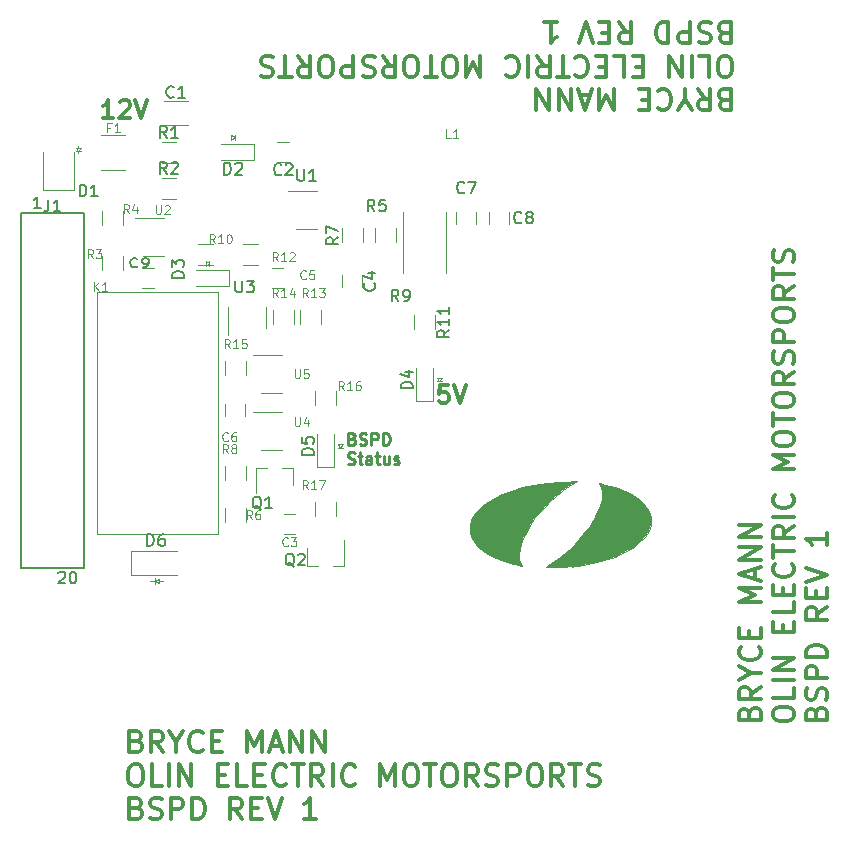
<source format=gbr>
G04 #@! TF.FileFunction,Legend,Top*
%FSLAX46Y46*%
G04 Gerber Fmt 4.6, Leading zero omitted, Abs format (unit mm)*
G04 Created by KiCad (PCBNEW 4.0.2+dfsg1-stable) date Mon 05 Feb 2018 09:34:23 PM EST*
%MOMM*%
G01*
G04 APERTURE LIST*
%ADD10C,0.100000*%
%ADD11C,0.250000*%
%ADD12C,0.300000*%
%ADD13C,0.120000*%
%ADD14C,0.150000*%
%ADD15C,0.010000*%
G04 APERTURE END LIST*
D10*
D11*
X60444286Y-69207571D02*
X60587143Y-69255190D01*
X60634762Y-69302810D01*
X60682381Y-69398048D01*
X60682381Y-69540905D01*
X60634762Y-69636143D01*
X60587143Y-69683762D01*
X60491905Y-69731381D01*
X60110952Y-69731381D01*
X60110952Y-68731381D01*
X60444286Y-68731381D01*
X60539524Y-68779000D01*
X60587143Y-68826619D01*
X60634762Y-68921857D01*
X60634762Y-69017095D01*
X60587143Y-69112333D01*
X60539524Y-69159952D01*
X60444286Y-69207571D01*
X60110952Y-69207571D01*
X61063333Y-69683762D02*
X61206190Y-69731381D01*
X61444286Y-69731381D01*
X61539524Y-69683762D01*
X61587143Y-69636143D01*
X61634762Y-69540905D01*
X61634762Y-69445667D01*
X61587143Y-69350429D01*
X61539524Y-69302810D01*
X61444286Y-69255190D01*
X61253809Y-69207571D01*
X61158571Y-69159952D01*
X61110952Y-69112333D01*
X61063333Y-69017095D01*
X61063333Y-68921857D01*
X61110952Y-68826619D01*
X61158571Y-68779000D01*
X61253809Y-68731381D01*
X61491905Y-68731381D01*
X61634762Y-68779000D01*
X62063333Y-69731381D02*
X62063333Y-68731381D01*
X62444286Y-68731381D01*
X62539524Y-68779000D01*
X62587143Y-68826619D01*
X62634762Y-68921857D01*
X62634762Y-69064714D01*
X62587143Y-69159952D01*
X62539524Y-69207571D01*
X62444286Y-69255190D01*
X62063333Y-69255190D01*
X63063333Y-69731381D02*
X63063333Y-68731381D01*
X63301428Y-68731381D01*
X63444286Y-68779000D01*
X63539524Y-68874238D01*
X63587143Y-68969476D01*
X63634762Y-69159952D01*
X63634762Y-69302810D01*
X63587143Y-69493286D01*
X63539524Y-69588524D01*
X63444286Y-69683762D01*
X63301428Y-69731381D01*
X63063333Y-69731381D01*
X60063333Y-71333762D02*
X60206190Y-71381381D01*
X60444286Y-71381381D01*
X60539524Y-71333762D01*
X60587143Y-71286143D01*
X60634762Y-71190905D01*
X60634762Y-71095667D01*
X60587143Y-71000429D01*
X60539524Y-70952810D01*
X60444286Y-70905190D01*
X60253809Y-70857571D01*
X60158571Y-70809952D01*
X60110952Y-70762333D01*
X60063333Y-70667095D01*
X60063333Y-70571857D01*
X60110952Y-70476619D01*
X60158571Y-70429000D01*
X60253809Y-70381381D01*
X60491905Y-70381381D01*
X60634762Y-70429000D01*
X60920476Y-70714714D02*
X61301428Y-70714714D01*
X61063333Y-70381381D02*
X61063333Y-71238524D01*
X61110952Y-71333762D01*
X61206190Y-71381381D01*
X61301428Y-71381381D01*
X62063334Y-71381381D02*
X62063334Y-70857571D01*
X62015715Y-70762333D01*
X61920477Y-70714714D01*
X61730000Y-70714714D01*
X61634762Y-70762333D01*
X62063334Y-71333762D02*
X61968096Y-71381381D01*
X61730000Y-71381381D01*
X61634762Y-71333762D01*
X61587143Y-71238524D01*
X61587143Y-71143286D01*
X61634762Y-71048048D01*
X61730000Y-71000429D01*
X61968096Y-71000429D01*
X62063334Y-70952810D01*
X62396667Y-70714714D02*
X62777619Y-70714714D01*
X62539524Y-70381381D02*
X62539524Y-71238524D01*
X62587143Y-71333762D01*
X62682381Y-71381381D01*
X62777619Y-71381381D01*
X63539525Y-70714714D02*
X63539525Y-71381381D01*
X63110953Y-70714714D02*
X63110953Y-71238524D01*
X63158572Y-71333762D01*
X63253810Y-71381381D01*
X63396668Y-71381381D01*
X63491906Y-71333762D01*
X63539525Y-71286143D01*
X63968096Y-71333762D02*
X64063334Y-71381381D01*
X64253810Y-71381381D01*
X64349049Y-71333762D01*
X64396668Y-71238524D01*
X64396668Y-71190905D01*
X64349049Y-71095667D01*
X64253810Y-71048048D01*
X64110953Y-71048048D01*
X64015715Y-71000429D01*
X63968096Y-70905190D01*
X63968096Y-70857571D01*
X64015715Y-70762333D01*
X64110953Y-70714714D01*
X64253810Y-70714714D01*
X64349049Y-70762333D01*
D12*
X68548287Y-64710571D02*
X67834001Y-64710571D01*
X67762572Y-65424857D01*
X67834001Y-65353429D01*
X67976858Y-65282000D01*
X68334001Y-65282000D01*
X68476858Y-65353429D01*
X68548287Y-65424857D01*
X68619715Y-65567714D01*
X68619715Y-65924857D01*
X68548287Y-66067714D01*
X68476858Y-66139143D01*
X68334001Y-66210571D01*
X67976858Y-66210571D01*
X67834001Y-66139143D01*
X67762572Y-66067714D01*
X69048286Y-64710571D02*
X69548286Y-66210571D01*
X70048286Y-64710571D01*
X40219429Y-42080571D02*
X39362286Y-42080571D01*
X39790858Y-42080571D02*
X39790858Y-40580571D01*
X39648001Y-40794857D01*
X39505143Y-40937714D01*
X39362286Y-41009143D01*
X40790857Y-40723429D02*
X40862286Y-40652000D01*
X41005143Y-40580571D01*
X41362286Y-40580571D01*
X41505143Y-40652000D01*
X41576572Y-40723429D01*
X41648000Y-40866286D01*
X41648000Y-41009143D01*
X41576572Y-41223429D01*
X40719429Y-42080571D01*
X41648000Y-42080571D01*
X42076571Y-40580571D02*
X42576571Y-42080571D01*
X43076571Y-40580571D01*
X91932034Y-40549312D02*
X91674043Y-40463315D01*
X91588046Y-40377317D01*
X91502049Y-40205323D01*
X91502049Y-39947332D01*
X91588046Y-39775337D01*
X91674043Y-39689340D01*
X91846037Y-39603343D01*
X92534014Y-39603343D01*
X92534014Y-41409283D01*
X91932034Y-41409283D01*
X91760040Y-41323286D01*
X91674043Y-41237289D01*
X91588046Y-41065295D01*
X91588046Y-40893300D01*
X91674043Y-40721306D01*
X91760040Y-40635309D01*
X91932034Y-40549312D01*
X92534014Y-40549312D01*
X89696109Y-39603343D02*
X90298089Y-40463315D01*
X90728074Y-39603343D02*
X90728074Y-41409283D01*
X90040097Y-41409283D01*
X89868103Y-41323286D01*
X89782106Y-41237289D01*
X89696109Y-41065295D01*
X89696109Y-40807303D01*
X89782106Y-40635309D01*
X89868103Y-40549312D01*
X90040097Y-40463315D01*
X90728074Y-40463315D01*
X88578146Y-40463315D02*
X88578146Y-39603343D01*
X89180126Y-41409283D02*
X88578146Y-40463315D01*
X87976166Y-41409283D01*
X86342220Y-39775337D02*
X86428217Y-39689340D01*
X86686208Y-39603343D01*
X86858202Y-39603343D01*
X87116194Y-39689340D01*
X87288188Y-39861335D01*
X87374185Y-40033329D01*
X87460182Y-40377317D01*
X87460182Y-40635309D01*
X87374185Y-40979297D01*
X87288188Y-41151292D01*
X87116194Y-41323286D01*
X86858202Y-41409283D01*
X86686208Y-41409283D01*
X86428217Y-41323286D01*
X86342220Y-41237289D01*
X85568245Y-40549312D02*
X84966265Y-40549312D01*
X84708274Y-39603343D02*
X85568245Y-39603343D01*
X85568245Y-41409283D01*
X84708274Y-41409283D01*
X82558345Y-39603343D02*
X82558345Y-41409283D01*
X81956365Y-40119326D01*
X81354385Y-41409283D01*
X81354385Y-39603343D01*
X80580411Y-40119326D02*
X79720440Y-40119326D01*
X80752406Y-39603343D02*
X80150426Y-41409283D01*
X79548446Y-39603343D01*
X78946465Y-39603343D02*
X78946465Y-41409283D01*
X77914500Y-39603343D01*
X77914500Y-41409283D01*
X77054528Y-39603343D02*
X77054528Y-41409283D01*
X76022563Y-39603343D01*
X76022563Y-41409283D01*
X92190026Y-38580967D02*
X91846037Y-38580967D01*
X91674043Y-38494970D01*
X91502049Y-38322976D01*
X91416051Y-37978987D01*
X91416051Y-37377007D01*
X91502049Y-37033019D01*
X91674043Y-36861024D01*
X91846037Y-36775027D01*
X92190026Y-36775027D01*
X92362020Y-36861024D01*
X92534014Y-37033019D01*
X92620011Y-37377007D01*
X92620011Y-37978987D01*
X92534014Y-38322976D01*
X92362020Y-38494970D01*
X92190026Y-38580967D01*
X89782106Y-36775027D02*
X90642077Y-36775027D01*
X90642077Y-38580967D01*
X89180126Y-36775027D02*
X89180126Y-38580967D01*
X88320155Y-36775027D02*
X88320155Y-38580967D01*
X87288190Y-36775027D01*
X87288190Y-38580967D01*
X85052264Y-37720996D02*
X84450284Y-37720996D01*
X84192293Y-36775027D02*
X85052264Y-36775027D01*
X85052264Y-38580967D01*
X84192293Y-38580967D01*
X82558347Y-36775027D02*
X83418318Y-36775027D01*
X83418318Y-38580967D01*
X81956367Y-37720996D02*
X81354387Y-37720996D01*
X81096396Y-36775027D02*
X81956367Y-36775027D01*
X81956367Y-38580967D01*
X81096396Y-38580967D01*
X79290456Y-36947021D02*
X79376453Y-36861024D01*
X79634444Y-36775027D01*
X79806438Y-36775027D01*
X80064430Y-36861024D01*
X80236424Y-37033019D01*
X80322421Y-37205013D01*
X80408418Y-37549001D01*
X80408418Y-37806993D01*
X80322421Y-38150981D01*
X80236424Y-38322976D01*
X80064430Y-38494970D01*
X79806438Y-38580967D01*
X79634444Y-38580967D01*
X79376453Y-38494970D01*
X79290456Y-38408973D01*
X78774473Y-38580967D02*
X77742507Y-38580967D01*
X78258490Y-36775027D02*
X78258490Y-38580967D01*
X76108562Y-36775027D02*
X76710542Y-37634999D01*
X77140527Y-36775027D02*
X77140527Y-38580967D01*
X76452550Y-38580967D01*
X76280556Y-38494970D01*
X76194559Y-38408973D01*
X76108562Y-38236979D01*
X76108562Y-37978987D01*
X76194559Y-37806993D01*
X76280556Y-37720996D01*
X76452550Y-37634999D01*
X77140527Y-37634999D01*
X75334587Y-36775027D02*
X75334587Y-38580967D01*
X73442651Y-36947021D02*
X73528648Y-36861024D01*
X73786639Y-36775027D01*
X73958633Y-36775027D01*
X74216625Y-36861024D01*
X74388619Y-37033019D01*
X74474616Y-37205013D01*
X74560613Y-37549001D01*
X74560613Y-37806993D01*
X74474616Y-38150981D01*
X74388619Y-38322976D01*
X74216625Y-38494970D01*
X73958633Y-38580967D01*
X73786639Y-38580967D01*
X73528648Y-38494970D01*
X73442651Y-38408973D01*
X71292722Y-36775027D02*
X71292722Y-38580967D01*
X70690742Y-37291010D01*
X70088762Y-38580967D01*
X70088762Y-36775027D01*
X68884803Y-38580967D02*
X68540814Y-38580967D01*
X68368820Y-38494970D01*
X68196826Y-38322976D01*
X68110828Y-37978987D01*
X68110828Y-37377007D01*
X68196826Y-37033019D01*
X68368820Y-36861024D01*
X68540814Y-36775027D01*
X68884803Y-36775027D01*
X69056797Y-36861024D01*
X69228791Y-37033019D01*
X69314788Y-37377007D01*
X69314788Y-37978987D01*
X69228791Y-38322976D01*
X69056797Y-38494970D01*
X68884803Y-38580967D01*
X67594846Y-38580967D02*
X66562880Y-38580967D01*
X67078863Y-36775027D02*
X67078863Y-38580967D01*
X65616912Y-38580967D02*
X65272923Y-38580967D01*
X65100929Y-38494970D01*
X64928935Y-38322976D01*
X64842937Y-37978987D01*
X64842937Y-37377007D01*
X64928935Y-37033019D01*
X65100929Y-36861024D01*
X65272923Y-36775027D01*
X65616912Y-36775027D01*
X65788906Y-36861024D01*
X65960900Y-37033019D01*
X66046897Y-37377007D01*
X66046897Y-37978987D01*
X65960900Y-38322976D01*
X65788906Y-38494970D01*
X65616912Y-38580967D01*
X63036998Y-36775027D02*
X63638978Y-37634999D01*
X64068963Y-36775027D02*
X64068963Y-38580967D01*
X63380986Y-38580967D01*
X63208992Y-38494970D01*
X63122995Y-38408973D01*
X63036998Y-38236979D01*
X63036998Y-37978987D01*
X63122995Y-37806993D01*
X63208992Y-37720996D01*
X63380986Y-37634999D01*
X64068963Y-37634999D01*
X62349020Y-36861024D02*
X62091029Y-36775027D01*
X61661043Y-36775027D01*
X61489049Y-36861024D01*
X61403052Y-36947021D01*
X61317055Y-37119016D01*
X61317055Y-37291010D01*
X61403052Y-37463004D01*
X61489049Y-37549001D01*
X61661043Y-37634999D01*
X62005032Y-37720996D01*
X62177026Y-37806993D01*
X62263023Y-37892990D01*
X62349020Y-38064984D01*
X62349020Y-38236979D01*
X62263023Y-38408973D01*
X62177026Y-38494970D01*
X62005032Y-38580967D01*
X61575046Y-38580967D01*
X61317055Y-38494970D01*
X60543080Y-36775027D02*
X60543080Y-38580967D01*
X59855103Y-38580967D01*
X59683109Y-38494970D01*
X59597112Y-38408973D01*
X59511115Y-38236979D01*
X59511115Y-37978987D01*
X59597112Y-37806993D01*
X59683109Y-37720996D01*
X59855103Y-37634999D01*
X60543080Y-37634999D01*
X58393152Y-38580967D02*
X58049163Y-38580967D01*
X57877169Y-38494970D01*
X57705175Y-38322976D01*
X57619177Y-37978987D01*
X57619177Y-37377007D01*
X57705175Y-37033019D01*
X57877169Y-36861024D01*
X58049163Y-36775027D01*
X58393152Y-36775027D01*
X58565146Y-36861024D01*
X58737140Y-37033019D01*
X58823137Y-37377007D01*
X58823137Y-37978987D01*
X58737140Y-38322976D01*
X58565146Y-38494970D01*
X58393152Y-38580967D01*
X55813238Y-36775027D02*
X56415218Y-37634999D01*
X56845203Y-36775027D02*
X56845203Y-38580967D01*
X56157226Y-38580967D01*
X55985232Y-38494970D01*
X55899235Y-38408973D01*
X55813238Y-38236979D01*
X55813238Y-37978987D01*
X55899235Y-37806993D01*
X55985232Y-37720996D01*
X56157226Y-37634999D01*
X56845203Y-37634999D01*
X55297255Y-38580967D02*
X54265289Y-38580967D01*
X54781272Y-36775027D02*
X54781272Y-38580967D01*
X53749306Y-36861024D02*
X53491315Y-36775027D01*
X53061329Y-36775027D01*
X52889335Y-36861024D01*
X52803338Y-36947021D01*
X52717341Y-37119016D01*
X52717341Y-37291010D01*
X52803338Y-37463004D01*
X52889335Y-37549001D01*
X53061329Y-37634999D01*
X53405318Y-37720996D01*
X53577312Y-37806993D01*
X53663309Y-37892990D01*
X53749306Y-38064984D01*
X53749306Y-38236979D01*
X53663309Y-38408973D01*
X53577312Y-38494970D01*
X53405318Y-38580967D01*
X52975332Y-38580967D01*
X52717341Y-38494970D01*
X91932034Y-34892680D02*
X91674043Y-34806683D01*
X91588046Y-34720685D01*
X91502049Y-34548691D01*
X91502049Y-34290700D01*
X91588046Y-34118705D01*
X91674043Y-34032708D01*
X91846037Y-33946711D01*
X92534014Y-33946711D01*
X92534014Y-35752651D01*
X91932034Y-35752651D01*
X91760040Y-35666654D01*
X91674043Y-35580657D01*
X91588046Y-35408663D01*
X91588046Y-35236668D01*
X91674043Y-35064674D01*
X91760040Y-34978677D01*
X91932034Y-34892680D01*
X92534014Y-34892680D01*
X90814071Y-34032708D02*
X90556080Y-33946711D01*
X90126094Y-33946711D01*
X89954100Y-34032708D01*
X89868103Y-34118705D01*
X89782106Y-34290700D01*
X89782106Y-34462694D01*
X89868103Y-34634688D01*
X89954100Y-34720685D01*
X90126094Y-34806683D01*
X90470083Y-34892680D01*
X90642077Y-34978677D01*
X90728074Y-35064674D01*
X90814071Y-35236668D01*
X90814071Y-35408663D01*
X90728074Y-35580657D01*
X90642077Y-35666654D01*
X90470083Y-35752651D01*
X90040097Y-35752651D01*
X89782106Y-35666654D01*
X89008131Y-33946711D02*
X89008131Y-35752651D01*
X88320154Y-35752651D01*
X88148160Y-35666654D01*
X88062163Y-35580657D01*
X87976166Y-35408663D01*
X87976166Y-35150671D01*
X88062163Y-34978677D01*
X88148160Y-34892680D01*
X88320154Y-34806683D01*
X89008131Y-34806683D01*
X87202191Y-33946711D02*
X87202191Y-35752651D01*
X86772206Y-35752651D01*
X86514214Y-35666654D01*
X86342220Y-35494660D01*
X86256223Y-35322665D01*
X86170226Y-34978677D01*
X86170226Y-34720685D01*
X86256223Y-34376697D01*
X86342220Y-34204703D01*
X86514214Y-34032708D01*
X86772206Y-33946711D01*
X87202191Y-33946711D01*
X82988332Y-33946711D02*
X83590312Y-34806683D01*
X84020297Y-33946711D02*
X84020297Y-35752651D01*
X83332320Y-35752651D01*
X83160326Y-35666654D01*
X83074329Y-35580657D01*
X82988332Y-35408663D01*
X82988332Y-35150671D01*
X83074329Y-34978677D01*
X83160326Y-34892680D01*
X83332320Y-34806683D01*
X84020297Y-34806683D01*
X82214357Y-34892680D02*
X81612377Y-34892680D01*
X81354386Y-33946711D02*
X82214357Y-33946711D01*
X82214357Y-35752651D01*
X81354386Y-35752651D01*
X80838403Y-35752651D02*
X80236423Y-33946711D01*
X79634443Y-35752651D01*
X76710540Y-33946711D02*
X77742505Y-33946711D01*
X77226523Y-33946711D02*
X77226523Y-35752651D01*
X77398517Y-35494660D01*
X77570511Y-35322665D01*
X77742505Y-35236668D01*
X94070688Y-92440034D02*
X94156685Y-92182043D01*
X94242683Y-92096046D01*
X94414677Y-92010049D01*
X94672668Y-92010049D01*
X94844663Y-92096046D01*
X94930660Y-92182043D01*
X95016657Y-92354037D01*
X95016657Y-93042014D01*
X93210717Y-93042014D01*
X93210717Y-92440034D01*
X93296714Y-92268040D01*
X93382711Y-92182043D01*
X93554705Y-92096046D01*
X93726700Y-92096046D01*
X93898694Y-92182043D01*
X93984691Y-92268040D01*
X94070688Y-92440034D01*
X94070688Y-93042014D01*
X95016657Y-90204109D02*
X94156685Y-90806089D01*
X95016657Y-91236074D02*
X93210717Y-91236074D01*
X93210717Y-90548097D01*
X93296714Y-90376103D01*
X93382711Y-90290106D01*
X93554705Y-90204109D01*
X93812697Y-90204109D01*
X93984691Y-90290106D01*
X94070688Y-90376103D01*
X94156685Y-90548097D01*
X94156685Y-91236074D01*
X94156685Y-89086146D02*
X95016657Y-89086146D01*
X93210717Y-89688126D02*
X94156685Y-89086146D01*
X93210717Y-88484166D01*
X94844663Y-86850220D02*
X94930660Y-86936217D01*
X95016657Y-87194208D01*
X95016657Y-87366202D01*
X94930660Y-87624194D01*
X94758665Y-87796188D01*
X94586671Y-87882185D01*
X94242683Y-87968182D01*
X93984691Y-87968182D01*
X93640703Y-87882185D01*
X93468708Y-87796188D01*
X93296714Y-87624194D01*
X93210717Y-87366202D01*
X93210717Y-87194208D01*
X93296714Y-86936217D01*
X93382711Y-86850220D01*
X94070688Y-86076245D02*
X94070688Y-85474265D01*
X95016657Y-85216274D02*
X95016657Y-86076245D01*
X93210717Y-86076245D01*
X93210717Y-85216274D01*
X95016657Y-83066345D02*
X93210717Y-83066345D01*
X94500674Y-82464365D01*
X93210717Y-81862385D01*
X95016657Y-81862385D01*
X94500674Y-81088411D02*
X94500674Y-80228440D01*
X95016657Y-81260406D02*
X93210717Y-80658426D01*
X95016657Y-80056446D01*
X95016657Y-79454465D02*
X93210717Y-79454465D01*
X95016657Y-78422500D01*
X93210717Y-78422500D01*
X95016657Y-77562528D02*
X93210717Y-77562528D01*
X95016657Y-76530563D01*
X93210717Y-76530563D01*
X96039033Y-92698026D02*
X96039033Y-92354037D01*
X96125030Y-92182043D01*
X96297024Y-92010049D01*
X96641013Y-91924051D01*
X97242993Y-91924051D01*
X97586981Y-92010049D01*
X97758976Y-92182043D01*
X97844973Y-92354037D01*
X97844973Y-92698026D01*
X97758976Y-92870020D01*
X97586981Y-93042014D01*
X97242993Y-93128011D01*
X96641013Y-93128011D01*
X96297024Y-93042014D01*
X96125030Y-92870020D01*
X96039033Y-92698026D01*
X97844973Y-90290106D02*
X97844973Y-91150077D01*
X96039033Y-91150077D01*
X97844973Y-89688126D02*
X96039033Y-89688126D01*
X97844973Y-88828155D02*
X96039033Y-88828155D01*
X97844973Y-87796190D01*
X96039033Y-87796190D01*
X96899004Y-85560264D02*
X96899004Y-84958284D01*
X97844973Y-84700293D02*
X97844973Y-85560264D01*
X96039033Y-85560264D01*
X96039033Y-84700293D01*
X97844973Y-83066347D02*
X97844973Y-83926318D01*
X96039033Y-83926318D01*
X96899004Y-82464367D02*
X96899004Y-81862387D01*
X97844973Y-81604396D02*
X97844973Y-82464367D01*
X96039033Y-82464367D01*
X96039033Y-81604396D01*
X97672979Y-79798456D02*
X97758976Y-79884453D01*
X97844973Y-80142444D01*
X97844973Y-80314438D01*
X97758976Y-80572430D01*
X97586981Y-80744424D01*
X97414987Y-80830421D01*
X97070999Y-80916418D01*
X96813007Y-80916418D01*
X96469019Y-80830421D01*
X96297024Y-80744424D01*
X96125030Y-80572430D01*
X96039033Y-80314438D01*
X96039033Y-80142444D01*
X96125030Y-79884453D01*
X96211027Y-79798456D01*
X96039033Y-79282473D02*
X96039033Y-78250507D01*
X97844973Y-78766490D02*
X96039033Y-78766490D01*
X97844973Y-76616562D02*
X96985001Y-77218542D01*
X97844973Y-77648527D02*
X96039033Y-77648527D01*
X96039033Y-76960550D01*
X96125030Y-76788556D01*
X96211027Y-76702559D01*
X96383021Y-76616562D01*
X96641013Y-76616562D01*
X96813007Y-76702559D01*
X96899004Y-76788556D01*
X96985001Y-76960550D01*
X96985001Y-77648527D01*
X97844973Y-75842587D02*
X96039033Y-75842587D01*
X97672979Y-73950651D02*
X97758976Y-74036648D01*
X97844973Y-74294639D01*
X97844973Y-74466633D01*
X97758976Y-74724625D01*
X97586981Y-74896619D01*
X97414987Y-74982616D01*
X97070999Y-75068613D01*
X96813007Y-75068613D01*
X96469019Y-74982616D01*
X96297024Y-74896619D01*
X96125030Y-74724625D01*
X96039033Y-74466633D01*
X96039033Y-74294639D01*
X96125030Y-74036648D01*
X96211027Y-73950651D01*
X97844973Y-71800722D02*
X96039033Y-71800722D01*
X97328990Y-71198742D01*
X96039033Y-70596762D01*
X97844973Y-70596762D01*
X96039033Y-69392803D02*
X96039033Y-69048814D01*
X96125030Y-68876820D01*
X96297024Y-68704826D01*
X96641013Y-68618828D01*
X97242993Y-68618828D01*
X97586981Y-68704826D01*
X97758976Y-68876820D01*
X97844973Y-69048814D01*
X97844973Y-69392803D01*
X97758976Y-69564797D01*
X97586981Y-69736791D01*
X97242993Y-69822788D01*
X96641013Y-69822788D01*
X96297024Y-69736791D01*
X96125030Y-69564797D01*
X96039033Y-69392803D01*
X96039033Y-68102846D02*
X96039033Y-67070880D01*
X97844973Y-67586863D02*
X96039033Y-67586863D01*
X96039033Y-66124912D02*
X96039033Y-65780923D01*
X96125030Y-65608929D01*
X96297024Y-65436935D01*
X96641013Y-65350937D01*
X97242993Y-65350937D01*
X97586981Y-65436935D01*
X97758976Y-65608929D01*
X97844973Y-65780923D01*
X97844973Y-66124912D01*
X97758976Y-66296906D01*
X97586981Y-66468900D01*
X97242993Y-66554897D01*
X96641013Y-66554897D01*
X96297024Y-66468900D01*
X96125030Y-66296906D01*
X96039033Y-66124912D01*
X97844973Y-63544998D02*
X96985001Y-64146978D01*
X97844973Y-64576963D02*
X96039033Y-64576963D01*
X96039033Y-63888986D01*
X96125030Y-63716992D01*
X96211027Y-63630995D01*
X96383021Y-63544998D01*
X96641013Y-63544998D01*
X96813007Y-63630995D01*
X96899004Y-63716992D01*
X96985001Y-63888986D01*
X96985001Y-64576963D01*
X97758976Y-62857020D02*
X97844973Y-62599029D01*
X97844973Y-62169043D01*
X97758976Y-61997049D01*
X97672979Y-61911052D01*
X97500984Y-61825055D01*
X97328990Y-61825055D01*
X97156996Y-61911052D01*
X97070999Y-61997049D01*
X96985001Y-62169043D01*
X96899004Y-62513032D01*
X96813007Y-62685026D01*
X96727010Y-62771023D01*
X96555016Y-62857020D01*
X96383021Y-62857020D01*
X96211027Y-62771023D01*
X96125030Y-62685026D01*
X96039033Y-62513032D01*
X96039033Y-62083046D01*
X96125030Y-61825055D01*
X97844973Y-61051080D02*
X96039033Y-61051080D01*
X96039033Y-60363103D01*
X96125030Y-60191109D01*
X96211027Y-60105112D01*
X96383021Y-60019115D01*
X96641013Y-60019115D01*
X96813007Y-60105112D01*
X96899004Y-60191109D01*
X96985001Y-60363103D01*
X96985001Y-61051080D01*
X96039033Y-58901152D02*
X96039033Y-58557163D01*
X96125030Y-58385169D01*
X96297024Y-58213175D01*
X96641013Y-58127177D01*
X97242993Y-58127177D01*
X97586981Y-58213175D01*
X97758976Y-58385169D01*
X97844973Y-58557163D01*
X97844973Y-58901152D01*
X97758976Y-59073146D01*
X97586981Y-59245140D01*
X97242993Y-59331137D01*
X96641013Y-59331137D01*
X96297024Y-59245140D01*
X96125030Y-59073146D01*
X96039033Y-58901152D01*
X97844973Y-56321238D02*
X96985001Y-56923218D01*
X97844973Y-57353203D02*
X96039033Y-57353203D01*
X96039033Y-56665226D01*
X96125030Y-56493232D01*
X96211027Y-56407235D01*
X96383021Y-56321238D01*
X96641013Y-56321238D01*
X96813007Y-56407235D01*
X96899004Y-56493232D01*
X96985001Y-56665226D01*
X96985001Y-57353203D01*
X96039033Y-55805255D02*
X96039033Y-54773289D01*
X97844973Y-55289272D02*
X96039033Y-55289272D01*
X97758976Y-54257306D02*
X97844973Y-53999315D01*
X97844973Y-53569329D01*
X97758976Y-53397335D01*
X97672979Y-53311338D01*
X97500984Y-53225341D01*
X97328990Y-53225341D01*
X97156996Y-53311338D01*
X97070999Y-53397335D01*
X96985001Y-53569329D01*
X96899004Y-53913318D01*
X96813007Y-54085312D01*
X96727010Y-54171309D01*
X96555016Y-54257306D01*
X96383021Y-54257306D01*
X96211027Y-54171309D01*
X96125030Y-54085312D01*
X96039033Y-53913318D01*
X96039033Y-53483332D01*
X96125030Y-53225341D01*
X99727320Y-92440034D02*
X99813317Y-92182043D01*
X99899315Y-92096046D01*
X100071309Y-92010049D01*
X100329300Y-92010049D01*
X100501295Y-92096046D01*
X100587292Y-92182043D01*
X100673289Y-92354037D01*
X100673289Y-93042014D01*
X98867349Y-93042014D01*
X98867349Y-92440034D01*
X98953346Y-92268040D01*
X99039343Y-92182043D01*
X99211337Y-92096046D01*
X99383332Y-92096046D01*
X99555326Y-92182043D01*
X99641323Y-92268040D01*
X99727320Y-92440034D01*
X99727320Y-93042014D01*
X100587292Y-91322071D02*
X100673289Y-91064080D01*
X100673289Y-90634094D01*
X100587292Y-90462100D01*
X100501295Y-90376103D01*
X100329300Y-90290106D01*
X100157306Y-90290106D01*
X99985312Y-90376103D01*
X99899315Y-90462100D01*
X99813317Y-90634094D01*
X99727320Y-90978083D01*
X99641323Y-91150077D01*
X99555326Y-91236074D01*
X99383332Y-91322071D01*
X99211337Y-91322071D01*
X99039343Y-91236074D01*
X98953346Y-91150077D01*
X98867349Y-90978083D01*
X98867349Y-90548097D01*
X98953346Y-90290106D01*
X100673289Y-89516131D02*
X98867349Y-89516131D01*
X98867349Y-88828154D01*
X98953346Y-88656160D01*
X99039343Y-88570163D01*
X99211337Y-88484166D01*
X99469329Y-88484166D01*
X99641323Y-88570163D01*
X99727320Y-88656160D01*
X99813317Y-88828154D01*
X99813317Y-89516131D01*
X100673289Y-87710191D02*
X98867349Y-87710191D01*
X98867349Y-87280206D01*
X98953346Y-87022214D01*
X99125340Y-86850220D01*
X99297335Y-86764223D01*
X99641323Y-86678226D01*
X99899315Y-86678226D01*
X100243303Y-86764223D01*
X100415297Y-86850220D01*
X100587292Y-87022214D01*
X100673289Y-87280206D01*
X100673289Y-87710191D01*
X100673289Y-83496332D02*
X99813317Y-84098312D01*
X100673289Y-84528297D02*
X98867349Y-84528297D01*
X98867349Y-83840320D01*
X98953346Y-83668326D01*
X99039343Y-83582329D01*
X99211337Y-83496332D01*
X99469329Y-83496332D01*
X99641323Y-83582329D01*
X99727320Y-83668326D01*
X99813317Y-83840320D01*
X99813317Y-84528297D01*
X99727320Y-82722357D02*
X99727320Y-82120377D01*
X100673289Y-81862386D02*
X100673289Y-82722357D01*
X98867349Y-82722357D01*
X98867349Y-81862386D01*
X98867349Y-81346403D02*
X100673289Y-80744423D01*
X98867349Y-80142443D01*
X100673289Y-77218540D02*
X100673289Y-78250505D01*
X100673289Y-77734523D02*
X98867349Y-77734523D01*
X99125340Y-77906517D01*
X99297335Y-78078511D01*
X99383332Y-78250505D01*
X42179966Y-94832688D02*
X42437957Y-94918685D01*
X42523954Y-95004683D01*
X42609951Y-95176677D01*
X42609951Y-95434668D01*
X42523954Y-95606663D01*
X42437957Y-95692660D01*
X42265963Y-95778657D01*
X41577986Y-95778657D01*
X41577986Y-93972717D01*
X42179966Y-93972717D01*
X42351960Y-94058714D01*
X42437957Y-94144711D01*
X42523954Y-94316705D01*
X42523954Y-94488700D01*
X42437957Y-94660694D01*
X42351960Y-94746691D01*
X42179966Y-94832688D01*
X41577986Y-94832688D01*
X44415891Y-95778657D02*
X43813911Y-94918685D01*
X43383926Y-95778657D02*
X43383926Y-93972717D01*
X44071903Y-93972717D01*
X44243897Y-94058714D01*
X44329894Y-94144711D01*
X44415891Y-94316705D01*
X44415891Y-94574697D01*
X44329894Y-94746691D01*
X44243897Y-94832688D01*
X44071903Y-94918685D01*
X43383926Y-94918685D01*
X45533854Y-94918685D02*
X45533854Y-95778657D01*
X44931874Y-93972717D02*
X45533854Y-94918685D01*
X46135834Y-93972717D01*
X47769780Y-95606663D02*
X47683783Y-95692660D01*
X47425792Y-95778657D01*
X47253798Y-95778657D01*
X46995806Y-95692660D01*
X46823812Y-95520665D01*
X46737815Y-95348671D01*
X46651818Y-95004683D01*
X46651818Y-94746691D01*
X46737815Y-94402703D01*
X46823812Y-94230708D01*
X46995806Y-94058714D01*
X47253798Y-93972717D01*
X47425792Y-93972717D01*
X47683783Y-94058714D01*
X47769780Y-94144711D01*
X48543755Y-94832688D02*
X49145735Y-94832688D01*
X49403726Y-95778657D02*
X48543755Y-95778657D01*
X48543755Y-93972717D01*
X49403726Y-93972717D01*
X51553655Y-95778657D02*
X51553655Y-93972717D01*
X52155635Y-95262674D01*
X52757615Y-93972717D01*
X52757615Y-95778657D01*
X53531589Y-95262674D02*
X54391560Y-95262674D01*
X53359594Y-95778657D02*
X53961574Y-93972717D01*
X54563554Y-95778657D01*
X55165535Y-95778657D02*
X55165535Y-93972717D01*
X56197500Y-95778657D01*
X56197500Y-93972717D01*
X57057472Y-95778657D02*
X57057472Y-93972717D01*
X58089437Y-95778657D01*
X58089437Y-93972717D01*
X41921974Y-96801033D02*
X42265963Y-96801033D01*
X42437957Y-96887030D01*
X42609951Y-97059024D01*
X42695949Y-97403013D01*
X42695949Y-98004993D01*
X42609951Y-98348981D01*
X42437957Y-98520976D01*
X42265963Y-98606973D01*
X41921974Y-98606973D01*
X41749980Y-98520976D01*
X41577986Y-98348981D01*
X41491989Y-98004993D01*
X41491989Y-97403013D01*
X41577986Y-97059024D01*
X41749980Y-96887030D01*
X41921974Y-96801033D01*
X44329894Y-98606973D02*
X43469923Y-98606973D01*
X43469923Y-96801033D01*
X44931874Y-98606973D02*
X44931874Y-96801033D01*
X45791845Y-98606973D02*
X45791845Y-96801033D01*
X46823810Y-98606973D01*
X46823810Y-96801033D01*
X49059736Y-97661004D02*
X49661716Y-97661004D01*
X49919707Y-98606973D02*
X49059736Y-98606973D01*
X49059736Y-96801033D01*
X49919707Y-96801033D01*
X51553653Y-98606973D02*
X50693682Y-98606973D01*
X50693682Y-96801033D01*
X52155633Y-97661004D02*
X52757613Y-97661004D01*
X53015604Y-98606973D02*
X52155633Y-98606973D01*
X52155633Y-96801033D01*
X53015604Y-96801033D01*
X54821544Y-98434979D02*
X54735547Y-98520976D01*
X54477556Y-98606973D01*
X54305562Y-98606973D01*
X54047570Y-98520976D01*
X53875576Y-98348981D01*
X53789579Y-98176987D01*
X53703582Y-97832999D01*
X53703582Y-97575007D01*
X53789579Y-97231019D01*
X53875576Y-97059024D01*
X54047570Y-96887030D01*
X54305562Y-96801033D01*
X54477556Y-96801033D01*
X54735547Y-96887030D01*
X54821544Y-96973027D01*
X55337527Y-96801033D02*
X56369493Y-96801033D01*
X55853510Y-98606973D02*
X55853510Y-96801033D01*
X58003438Y-98606973D02*
X57401458Y-97747001D01*
X56971473Y-98606973D02*
X56971473Y-96801033D01*
X57659450Y-96801033D01*
X57831444Y-96887030D01*
X57917441Y-96973027D01*
X58003438Y-97145021D01*
X58003438Y-97403013D01*
X57917441Y-97575007D01*
X57831444Y-97661004D01*
X57659450Y-97747001D01*
X56971473Y-97747001D01*
X58777413Y-98606973D02*
X58777413Y-96801033D01*
X60669349Y-98434979D02*
X60583352Y-98520976D01*
X60325361Y-98606973D01*
X60153367Y-98606973D01*
X59895375Y-98520976D01*
X59723381Y-98348981D01*
X59637384Y-98176987D01*
X59551387Y-97832999D01*
X59551387Y-97575007D01*
X59637384Y-97231019D01*
X59723381Y-97059024D01*
X59895375Y-96887030D01*
X60153367Y-96801033D01*
X60325361Y-96801033D01*
X60583352Y-96887030D01*
X60669349Y-96973027D01*
X62819278Y-98606973D02*
X62819278Y-96801033D01*
X63421258Y-98090990D01*
X64023238Y-96801033D01*
X64023238Y-98606973D01*
X65227197Y-96801033D02*
X65571186Y-96801033D01*
X65743180Y-96887030D01*
X65915174Y-97059024D01*
X66001172Y-97403013D01*
X66001172Y-98004993D01*
X65915174Y-98348981D01*
X65743180Y-98520976D01*
X65571186Y-98606973D01*
X65227197Y-98606973D01*
X65055203Y-98520976D01*
X64883209Y-98348981D01*
X64797212Y-98004993D01*
X64797212Y-97403013D01*
X64883209Y-97059024D01*
X65055203Y-96887030D01*
X65227197Y-96801033D01*
X66517154Y-96801033D02*
X67549120Y-96801033D01*
X67033137Y-98606973D02*
X67033137Y-96801033D01*
X68495088Y-96801033D02*
X68839077Y-96801033D01*
X69011071Y-96887030D01*
X69183065Y-97059024D01*
X69269063Y-97403013D01*
X69269063Y-98004993D01*
X69183065Y-98348981D01*
X69011071Y-98520976D01*
X68839077Y-98606973D01*
X68495088Y-98606973D01*
X68323094Y-98520976D01*
X68151100Y-98348981D01*
X68065103Y-98004993D01*
X68065103Y-97403013D01*
X68151100Y-97059024D01*
X68323094Y-96887030D01*
X68495088Y-96801033D01*
X71075002Y-98606973D02*
X70473022Y-97747001D01*
X70043037Y-98606973D02*
X70043037Y-96801033D01*
X70731014Y-96801033D01*
X70903008Y-96887030D01*
X70989005Y-96973027D01*
X71075002Y-97145021D01*
X71075002Y-97403013D01*
X70989005Y-97575007D01*
X70903008Y-97661004D01*
X70731014Y-97747001D01*
X70043037Y-97747001D01*
X71762980Y-98520976D02*
X72020971Y-98606973D01*
X72450957Y-98606973D01*
X72622951Y-98520976D01*
X72708948Y-98434979D01*
X72794945Y-98262984D01*
X72794945Y-98090990D01*
X72708948Y-97918996D01*
X72622951Y-97832999D01*
X72450957Y-97747001D01*
X72106968Y-97661004D01*
X71934974Y-97575007D01*
X71848977Y-97489010D01*
X71762980Y-97317016D01*
X71762980Y-97145021D01*
X71848977Y-96973027D01*
X71934974Y-96887030D01*
X72106968Y-96801033D01*
X72536954Y-96801033D01*
X72794945Y-96887030D01*
X73568920Y-98606973D02*
X73568920Y-96801033D01*
X74256897Y-96801033D01*
X74428891Y-96887030D01*
X74514888Y-96973027D01*
X74600885Y-97145021D01*
X74600885Y-97403013D01*
X74514888Y-97575007D01*
X74428891Y-97661004D01*
X74256897Y-97747001D01*
X73568920Y-97747001D01*
X75718848Y-96801033D02*
X76062837Y-96801033D01*
X76234831Y-96887030D01*
X76406825Y-97059024D01*
X76492823Y-97403013D01*
X76492823Y-98004993D01*
X76406825Y-98348981D01*
X76234831Y-98520976D01*
X76062837Y-98606973D01*
X75718848Y-98606973D01*
X75546854Y-98520976D01*
X75374860Y-98348981D01*
X75288863Y-98004993D01*
X75288863Y-97403013D01*
X75374860Y-97059024D01*
X75546854Y-96887030D01*
X75718848Y-96801033D01*
X78298762Y-98606973D02*
X77696782Y-97747001D01*
X77266797Y-98606973D02*
X77266797Y-96801033D01*
X77954774Y-96801033D01*
X78126768Y-96887030D01*
X78212765Y-96973027D01*
X78298762Y-97145021D01*
X78298762Y-97403013D01*
X78212765Y-97575007D01*
X78126768Y-97661004D01*
X77954774Y-97747001D01*
X77266797Y-97747001D01*
X78814745Y-96801033D02*
X79846711Y-96801033D01*
X79330728Y-98606973D02*
X79330728Y-96801033D01*
X80362694Y-98520976D02*
X80620685Y-98606973D01*
X81050671Y-98606973D01*
X81222665Y-98520976D01*
X81308662Y-98434979D01*
X81394659Y-98262984D01*
X81394659Y-98090990D01*
X81308662Y-97918996D01*
X81222665Y-97832999D01*
X81050671Y-97747001D01*
X80706682Y-97661004D01*
X80534688Y-97575007D01*
X80448691Y-97489010D01*
X80362694Y-97317016D01*
X80362694Y-97145021D01*
X80448691Y-96973027D01*
X80534688Y-96887030D01*
X80706682Y-96801033D01*
X81136668Y-96801033D01*
X81394659Y-96887030D01*
X42179966Y-100489320D02*
X42437957Y-100575317D01*
X42523954Y-100661315D01*
X42609951Y-100833309D01*
X42609951Y-101091300D01*
X42523954Y-101263295D01*
X42437957Y-101349292D01*
X42265963Y-101435289D01*
X41577986Y-101435289D01*
X41577986Y-99629349D01*
X42179966Y-99629349D01*
X42351960Y-99715346D01*
X42437957Y-99801343D01*
X42523954Y-99973337D01*
X42523954Y-100145332D01*
X42437957Y-100317326D01*
X42351960Y-100403323D01*
X42179966Y-100489320D01*
X41577986Y-100489320D01*
X43297929Y-101349292D02*
X43555920Y-101435289D01*
X43985906Y-101435289D01*
X44157900Y-101349292D01*
X44243897Y-101263295D01*
X44329894Y-101091300D01*
X44329894Y-100919306D01*
X44243897Y-100747312D01*
X44157900Y-100661315D01*
X43985906Y-100575317D01*
X43641917Y-100489320D01*
X43469923Y-100403323D01*
X43383926Y-100317326D01*
X43297929Y-100145332D01*
X43297929Y-99973337D01*
X43383926Y-99801343D01*
X43469923Y-99715346D01*
X43641917Y-99629349D01*
X44071903Y-99629349D01*
X44329894Y-99715346D01*
X45103869Y-101435289D02*
X45103869Y-99629349D01*
X45791846Y-99629349D01*
X45963840Y-99715346D01*
X46049837Y-99801343D01*
X46135834Y-99973337D01*
X46135834Y-100231329D01*
X46049837Y-100403323D01*
X45963840Y-100489320D01*
X45791846Y-100575317D01*
X45103869Y-100575317D01*
X46909809Y-101435289D02*
X46909809Y-99629349D01*
X47339794Y-99629349D01*
X47597786Y-99715346D01*
X47769780Y-99887340D01*
X47855777Y-100059335D01*
X47941774Y-100403323D01*
X47941774Y-100661315D01*
X47855777Y-101005303D01*
X47769780Y-101177297D01*
X47597786Y-101349292D01*
X47339794Y-101435289D01*
X46909809Y-101435289D01*
X51123668Y-101435289D02*
X50521688Y-100575317D01*
X50091703Y-101435289D02*
X50091703Y-99629349D01*
X50779680Y-99629349D01*
X50951674Y-99715346D01*
X51037671Y-99801343D01*
X51123668Y-99973337D01*
X51123668Y-100231329D01*
X51037671Y-100403323D01*
X50951674Y-100489320D01*
X50779680Y-100575317D01*
X50091703Y-100575317D01*
X51897643Y-100489320D02*
X52499623Y-100489320D01*
X52757614Y-101435289D02*
X51897643Y-101435289D01*
X51897643Y-99629349D01*
X52757614Y-99629349D01*
X53273597Y-99629349D02*
X53875577Y-101435289D01*
X54477557Y-99629349D01*
X57401460Y-101435289D02*
X56369495Y-101435289D01*
X56885477Y-101435289D02*
X56885477Y-99629349D01*
X56713483Y-99887340D01*
X56541489Y-100059335D01*
X56369495Y-100145332D01*
D13*
X41206000Y-46438000D02*
X39206000Y-46438000D01*
X39206000Y-43478000D02*
X41206000Y-43478000D01*
X55618000Y-75604000D02*
X54618000Y-75604000D01*
X54618000Y-77304000D02*
X55618000Y-77304000D01*
X53602000Y-56476000D02*
X54602000Y-56476000D01*
X54602000Y-54776000D02*
X53602000Y-54776000D01*
X51396000Y-67302000D02*
X51396000Y-66302000D01*
X49696000Y-66302000D02*
X49696000Y-67302000D01*
X49092000Y-77276000D02*
X49092000Y-56836000D01*
X49092000Y-56836000D02*
X38792000Y-56836000D01*
X49092000Y-77276000D02*
X38792000Y-77276000D01*
X38792000Y-77276000D02*
X38792000Y-56836000D01*
X39252000Y-54956000D02*
X39252000Y-53756000D01*
X41012000Y-53756000D02*
X41012000Y-54956000D01*
X39252000Y-51146000D02*
X39252000Y-49946000D01*
X41012000Y-49946000D02*
X41012000Y-51146000D01*
X49666000Y-76292000D02*
X49666000Y-75092000D01*
X51426000Y-75092000D02*
X51426000Y-76292000D01*
X49666000Y-72736000D02*
X49666000Y-71536000D01*
X51426000Y-71536000D02*
X51426000Y-72736000D01*
X47406000Y-52714000D02*
X48606000Y-52714000D01*
X48606000Y-54474000D02*
X47406000Y-54474000D01*
X51216000Y-52714000D02*
X52416000Y-52714000D01*
X52416000Y-54474000D02*
X51216000Y-54474000D01*
X53730000Y-59528000D02*
X53730000Y-58328000D01*
X55490000Y-58328000D02*
X55490000Y-59528000D01*
X57776000Y-58328000D02*
X57776000Y-59528000D01*
X56016000Y-59528000D02*
X56016000Y-58328000D01*
X51426000Y-62646000D02*
X51426000Y-63846000D01*
X49666000Y-63846000D02*
X49666000Y-62646000D01*
X57286000Y-66386000D02*
X57286000Y-65186000D01*
X59046000Y-65186000D02*
X59046000Y-66386000D01*
X59046000Y-74584000D02*
X59046000Y-75784000D01*
X57286000Y-75784000D02*
X57286000Y-74584000D01*
X42704000Y-53746000D02*
X44504000Y-53746000D01*
X44504000Y-50526000D02*
X42054000Y-50526000D01*
X52694000Y-70190000D02*
X54494000Y-70190000D01*
X54494000Y-66970000D02*
X52044000Y-66970000D01*
X52694000Y-65364000D02*
X54494000Y-65364000D01*
X54494000Y-62144000D02*
X52044000Y-62144000D01*
D14*
X32402000Y-80156000D02*
X37702000Y-80156000D01*
X32402000Y-50146000D02*
X37702000Y-50146000D01*
X32402000Y-80156000D02*
X32402000Y-50146000D01*
X37702000Y-80156000D02*
X37702000Y-50146000D01*
D13*
X34226500Y-48133000D02*
X36893500Y-48133000D01*
D10*
X37256000Y-44574000D02*
X37256000Y-44424000D01*
X37056000Y-44574000D02*
X37256000Y-44874000D01*
X37456000Y-44574000D02*
X37056000Y-44574000D01*
X37256000Y-44874000D02*
X37456000Y-44574000D01*
X37256000Y-44874000D02*
X37256000Y-45024000D01*
X37456000Y-44874000D02*
X37056000Y-44874000D01*
D13*
X36893500Y-48133000D02*
X36893500Y-44958000D01*
X34226500Y-48133000D02*
X34226500Y-44958000D01*
X49976000Y-56326000D02*
X49976000Y-54926000D01*
D10*
X48322000Y-54556000D02*
X48322000Y-54156000D01*
X48322000Y-54356000D02*
X48022000Y-54556000D01*
X48022000Y-54156000D02*
X48322000Y-54356000D01*
X48022000Y-54556000D02*
X48022000Y-54156000D01*
D13*
X49976000Y-54926000D02*
X47176000Y-54926000D01*
X49976000Y-56326000D02*
X47176000Y-56326000D01*
X57466000Y-71650000D02*
X58866000Y-71650000D01*
D10*
X59236000Y-69996000D02*
X59636000Y-69996000D01*
X59436000Y-69996000D02*
X59236000Y-69696000D01*
X59636000Y-69696000D02*
X59436000Y-69996000D01*
X59236000Y-69696000D02*
X59636000Y-69696000D01*
D13*
X58866000Y-71650000D02*
X58866000Y-68850000D01*
X57466000Y-71650000D02*
X57466000Y-68850000D01*
D10*
X44042000Y-81256000D02*
X44442000Y-81256000D01*
X43742000Y-81256000D02*
X44042000Y-81056000D01*
X44042000Y-81056000D02*
X44042000Y-81456000D01*
X44042000Y-81456000D02*
X43742000Y-81256000D01*
X43342000Y-81256000D02*
X43742000Y-81256000D01*
X43742000Y-81256000D02*
X43742000Y-81006000D01*
X43742000Y-81006000D02*
X43742000Y-81506000D01*
D13*
X41742000Y-78756000D02*
X41742000Y-80756000D01*
X41742000Y-80756000D02*
X45592000Y-80756000D01*
X41742000Y-78756000D02*
X45592000Y-78756000D01*
X55428000Y-71664000D02*
X54498000Y-71664000D01*
X52268000Y-71664000D02*
X53198000Y-71664000D01*
X52268000Y-71664000D02*
X52268000Y-73824000D01*
X55428000Y-71664000D02*
X55428000Y-73124000D01*
X56586000Y-79974000D02*
X57516000Y-79974000D01*
X59746000Y-79974000D02*
X58816000Y-79974000D01*
X59746000Y-79974000D02*
X59746000Y-77814000D01*
X56586000Y-79974000D02*
X56586000Y-78514000D01*
D15*
G36*
X81420983Y-73010857D02*
X81571457Y-73050871D01*
X81837628Y-73119176D01*
X82170829Y-73203325D01*
X82296000Y-73234647D01*
X82928523Y-73428588D01*
X83567166Y-73688634D01*
X84165709Y-73991926D01*
X84677928Y-74315601D01*
X84984464Y-74564369D01*
X85405728Y-75047450D01*
X85665210Y-75544295D01*
X85769208Y-76048117D01*
X85724021Y-76552128D01*
X85535949Y-77049541D01*
X85211290Y-77533569D01*
X84756343Y-77997426D01*
X84177408Y-78434324D01*
X83480783Y-78837476D01*
X82672767Y-79200096D01*
X81759660Y-79515395D01*
X80747759Y-79776588D01*
X80015525Y-79918298D01*
X79557989Y-79991873D01*
X79241227Y-80032252D01*
X79040288Y-80041026D01*
X78930225Y-80019783D01*
X78894988Y-79989688D01*
X78836074Y-79935928D01*
X78825963Y-79979733D01*
X78744319Y-80039404D01*
X78515525Y-80078973D01*
X78295500Y-80091838D01*
X77928619Y-80103054D01*
X77557467Y-80115266D01*
X77364142Y-80122106D01*
X77129824Y-80119314D01*
X76984863Y-80095498D01*
X76961975Y-80076157D01*
X76896294Y-80046379D01*
X76813834Y-80061997D01*
X76806337Y-80048862D01*
X76923123Y-79971153D01*
X77139598Y-79844985D01*
X77176718Y-79824227D01*
X77969052Y-79314140D01*
X78751964Y-78667576D01*
X79334472Y-78094766D01*
X80011545Y-77329263D01*
X80556075Y-76583663D01*
X80994751Y-75820256D01*
X81104149Y-75594085D01*
X81392204Y-74888034D01*
X81550957Y-74282650D01*
X81581305Y-73770335D01*
X81484150Y-73343492D01*
X81391505Y-73165181D01*
X81312494Y-73026595D01*
X81336577Y-72991775D01*
X81420983Y-73010857D01*
X81420983Y-73010857D01*
G37*
X81420983Y-73010857D02*
X81571457Y-73050871D01*
X81837628Y-73119176D01*
X82170829Y-73203325D01*
X82296000Y-73234647D01*
X82928523Y-73428588D01*
X83567166Y-73688634D01*
X84165709Y-73991926D01*
X84677928Y-74315601D01*
X84984464Y-74564369D01*
X85405728Y-75047450D01*
X85665210Y-75544295D01*
X85769208Y-76048117D01*
X85724021Y-76552128D01*
X85535949Y-77049541D01*
X85211290Y-77533569D01*
X84756343Y-77997426D01*
X84177408Y-78434324D01*
X83480783Y-78837476D01*
X82672767Y-79200096D01*
X81759660Y-79515395D01*
X80747759Y-79776588D01*
X80015525Y-79918298D01*
X79557989Y-79991873D01*
X79241227Y-80032252D01*
X79040288Y-80041026D01*
X78930225Y-80019783D01*
X78894988Y-79989688D01*
X78836074Y-79935928D01*
X78825963Y-79979733D01*
X78744319Y-80039404D01*
X78515525Y-80078973D01*
X78295500Y-80091838D01*
X77928619Y-80103054D01*
X77557467Y-80115266D01*
X77364142Y-80122106D01*
X77129824Y-80119314D01*
X76984863Y-80095498D01*
X76961975Y-80076157D01*
X76896294Y-80046379D01*
X76813834Y-80061997D01*
X76806337Y-80048862D01*
X76923123Y-79971153D01*
X77139598Y-79844985D01*
X77176718Y-79824227D01*
X77969052Y-79314140D01*
X78751964Y-78667576D01*
X79334472Y-78094766D01*
X80011545Y-77329263D01*
X80556075Y-76583663D01*
X80994751Y-75820256D01*
X81104149Y-75594085D01*
X81392204Y-74888034D01*
X81550957Y-74282650D01*
X81581305Y-73770335D01*
X81484150Y-73343492D01*
X81391505Y-73165181D01*
X81312494Y-73026595D01*
X81336577Y-72991775D01*
X81420983Y-73010857D01*
G36*
X78767070Y-73266274D02*
X78275169Y-73596709D01*
X77728346Y-74030095D01*
X77167000Y-74529427D01*
X76631529Y-75057700D01*
X76162333Y-75577909D01*
X75941963Y-75854069D01*
X75484696Y-76520664D01*
X75111857Y-77186545D01*
X74829473Y-77832052D01*
X74643570Y-78437523D01*
X74560175Y-78983297D01*
X74585313Y-79449711D01*
X74725011Y-79817104D01*
X74726549Y-79819500D01*
X74808728Y-79957194D01*
X74826119Y-80005837D01*
X74739643Y-79984085D01*
X74526768Y-79929169D01*
X74224916Y-79850766D01*
X74041000Y-79802827D01*
X73048197Y-79501284D01*
X72215883Y-79155854D01*
X71540425Y-78764339D01*
X71018192Y-78324543D01*
X70645551Y-77834266D01*
X70577140Y-77707176D01*
X70395408Y-77176433D01*
X70373747Y-76651032D01*
X70502897Y-76136726D01*
X70773597Y-75639269D01*
X71176584Y-75164415D01*
X71702599Y-74717918D01*
X72342380Y-74305531D01*
X73086666Y-73933009D01*
X73926195Y-73606106D01*
X74851707Y-73330574D01*
X75853940Y-73112169D01*
X76923633Y-72956645D01*
X78051526Y-72869754D01*
X78381482Y-72858382D01*
X79504631Y-72830215D01*
X78767070Y-73266274D01*
X78767070Y-73266274D01*
G37*
X78767070Y-73266274D02*
X78275169Y-73596709D01*
X77728346Y-74030095D01*
X77167000Y-74529427D01*
X76631529Y-75057700D01*
X76162333Y-75577909D01*
X75941963Y-75854069D01*
X75484696Y-76520664D01*
X75111857Y-77186545D01*
X74829473Y-77832052D01*
X74643570Y-78437523D01*
X74560175Y-78983297D01*
X74585313Y-79449711D01*
X74725011Y-79817104D01*
X74726549Y-79819500D01*
X74808728Y-79957194D01*
X74826119Y-80005837D01*
X74739643Y-79984085D01*
X74526768Y-79929169D01*
X74224916Y-79850766D01*
X74041000Y-79802827D01*
X73048197Y-79501284D01*
X72215883Y-79155854D01*
X71540425Y-78764339D01*
X71018192Y-78324543D01*
X70645551Y-77834266D01*
X70577140Y-77707176D01*
X70395408Y-77176433D01*
X70373747Y-76651032D01*
X70502897Y-76136726D01*
X70773597Y-75639269D01*
X71176584Y-75164415D01*
X71702599Y-74717918D01*
X72342380Y-74305531D01*
X73086666Y-73933009D01*
X73926195Y-73606106D01*
X74851707Y-73330574D01*
X75853940Y-73112169D01*
X76923633Y-72956645D01*
X78051526Y-72869754D01*
X78381482Y-72858382D01*
X79504631Y-72830215D01*
X78767070Y-73266274D01*
D13*
X46490000Y-40636000D02*
X44490000Y-40636000D01*
X44490000Y-42676000D02*
X46490000Y-42676000D01*
X54094000Y-45808000D02*
X55094000Y-45808000D01*
X55094000Y-44108000D02*
X54094000Y-44108000D01*
X61302000Y-56396000D02*
X61302000Y-55396000D01*
X59602000Y-55396000D02*
X59602000Y-56396000D01*
X52125020Y-45658000D02*
X52125020Y-44258000D01*
D10*
X50471020Y-43888000D02*
X50471020Y-43488000D01*
X50471020Y-43688000D02*
X50171020Y-43888000D01*
X50171020Y-43488000D02*
X50471020Y-43688000D01*
X50171020Y-43888000D02*
X50171020Y-43488000D01*
D13*
X52125020Y-44258000D02*
X49325020Y-44258000D01*
X52125020Y-45658000D02*
X49325020Y-45658000D01*
X65848000Y-66028980D02*
X67248000Y-66028980D01*
D10*
X67618000Y-64374980D02*
X68018000Y-64374980D01*
X67818000Y-64374980D02*
X67618000Y-64074980D01*
X68018000Y-64074980D02*
X67818000Y-64374980D01*
X67618000Y-64074980D02*
X68018000Y-64074980D01*
D13*
X67248000Y-66028980D02*
X67248000Y-63228980D01*
X65848000Y-66028980D02*
X65848000Y-63228980D01*
X45492000Y-45838000D02*
X44292000Y-45838000D01*
X44292000Y-44078000D02*
X45492000Y-44078000D01*
X45492000Y-48886000D02*
X44292000Y-48886000D01*
X44292000Y-47126000D02*
X45492000Y-47126000D01*
X64126000Y-51404000D02*
X64126000Y-52604000D01*
X62366000Y-52604000D02*
X62366000Y-51404000D01*
X61332000Y-51404000D02*
X61332000Y-52604000D01*
X59572000Y-52604000D02*
X59572000Y-51404000D01*
X68368000Y-50030000D02*
X68368000Y-55230000D01*
X64728000Y-55230000D02*
X64728000Y-50030000D01*
X65668000Y-59970000D02*
X65668000Y-58770000D01*
X67428000Y-58770000D02*
X67428000Y-59970000D01*
X55658000Y-51460000D02*
X57458000Y-51460000D01*
X57458000Y-48240000D02*
X55008000Y-48240000D01*
X53172000Y-59828000D02*
X53172000Y-58028000D01*
X49952000Y-58028000D02*
X49952000Y-60478000D01*
X70954000Y-51030000D02*
X70954000Y-50030000D01*
X69254000Y-50030000D02*
X69254000Y-51030000D01*
X73748000Y-51030000D02*
X73748000Y-50030000D01*
X72048000Y-50030000D02*
X72048000Y-51030000D01*
X42664000Y-56476000D02*
X43664000Y-56476000D01*
X43664000Y-54776000D02*
X42664000Y-54776000D01*
D10*
X39956000Y-42872429D02*
X39706000Y-42872429D01*
X39706000Y-43265286D02*
X39706000Y-42515286D01*
X40063143Y-42515286D01*
X40741715Y-43265286D02*
X40313143Y-43265286D01*
X40527429Y-43265286D02*
X40527429Y-42515286D01*
X40456000Y-42622429D01*
X40384572Y-42693857D01*
X40313143Y-42729571D01*
X54993000Y-78245857D02*
X54957286Y-78281571D01*
X54850143Y-78317286D01*
X54778714Y-78317286D01*
X54671571Y-78281571D01*
X54600143Y-78210143D01*
X54564428Y-78138714D01*
X54528714Y-77995857D01*
X54528714Y-77888714D01*
X54564428Y-77745857D01*
X54600143Y-77674429D01*
X54671571Y-77603000D01*
X54778714Y-77567286D01*
X54850143Y-77567286D01*
X54957286Y-77603000D01*
X54993000Y-77638714D01*
X55243000Y-77567286D02*
X55707286Y-77567286D01*
X55457286Y-77853000D01*
X55564428Y-77853000D01*
X55635857Y-77888714D01*
X55671571Y-77924429D01*
X55707286Y-77995857D01*
X55707286Y-78174429D01*
X55671571Y-78245857D01*
X55635857Y-78281571D01*
X55564428Y-78317286D01*
X55350143Y-78317286D01*
X55278714Y-78281571D01*
X55243000Y-78245857D01*
X56517000Y-55639857D02*
X56481286Y-55675571D01*
X56374143Y-55711286D01*
X56302714Y-55711286D01*
X56195571Y-55675571D01*
X56124143Y-55604143D01*
X56088428Y-55532714D01*
X56052714Y-55389857D01*
X56052714Y-55282714D01*
X56088428Y-55139857D01*
X56124143Y-55068429D01*
X56195571Y-54997000D01*
X56302714Y-54961286D01*
X56374143Y-54961286D01*
X56481286Y-54997000D01*
X56517000Y-55032714D01*
X57195571Y-54961286D02*
X56838428Y-54961286D01*
X56802714Y-55318429D01*
X56838428Y-55282714D01*
X56909857Y-55247000D01*
X57088428Y-55247000D01*
X57159857Y-55282714D01*
X57195571Y-55318429D01*
X57231286Y-55389857D01*
X57231286Y-55568429D01*
X57195571Y-55639857D01*
X57159857Y-55675571D01*
X57088428Y-55711286D01*
X56909857Y-55711286D01*
X56838428Y-55675571D01*
X56802714Y-55639857D01*
X49913000Y-69355857D02*
X49877286Y-69391571D01*
X49770143Y-69427286D01*
X49698714Y-69427286D01*
X49591571Y-69391571D01*
X49520143Y-69320143D01*
X49484428Y-69248714D01*
X49448714Y-69105857D01*
X49448714Y-68998714D01*
X49484428Y-68855857D01*
X49520143Y-68784429D01*
X49591571Y-68713000D01*
X49698714Y-68677286D01*
X49770143Y-68677286D01*
X49877286Y-68713000D01*
X49913000Y-68748714D01*
X50555857Y-68677286D02*
X50413000Y-68677286D01*
X50341571Y-68713000D01*
X50305857Y-68748714D01*
X50234428Y-68855857D01*
X50198714Y-68998714D01*
X50198714Y-69284429D01*
X50234428Y-69355857D01*
X50270143Y-69391571D01*
X50341571Y-69427286D01*
X50484428Y-69427286D01*
X50555857Y-69391571D01*
X50591571Y-69355857D01*
X50627286Y-69284429D01*
X50627286Y-69105857D01*
X50591571Y-69034429D01*
X50555857Y-68998714D01*
X50484428Y-68963000D01*
X50341571Y-68963000D01*
X50270143Y-68998714D01*
X50234428Y-69034429D01*
X50198714Y-69105857D01*
X38562428Y-56727286D02*
X38562428Y-55977286D01*
X38991000Y-56727286D02*
X38669571Y-56298714D01*
X38991000Y-55977286D02*
X38562428Y-56405857D01*
X39705286Y-56727286D02*
X39276714Y-56727286D01*
X39491000Y-56727286D02*
X39491000Y-55977286D01*
X39419571Y-56084429D01*
X39348143Y-56155857D01*
X39276714Y-56191571D01*
X68773000Y-43773286D02*
X68415857Y-43773286D01*
X68415857Y-43023286D01*
X69415858Y-43773286D02*
X68987286Y-43773286D01*
X69201572Y-43773286D02*
X69201572Y-43023286D01*
X69130143Y-43130429D01*
X69058715Y-43201857D01*
X68987286Y-43237571D01*
X38483000Y-53933286D02*
X38233000Y-53576143D01*
X38054428Y-53933286D02*
X38054428Y-53183286D01*
X38340143Y-53183286D01*
X38411571Y-53219000D01*
X38447286Y-53254714D01*
X38483000Y-53326143D01*
X38483000Y-53433286D01*
X38447286Y-53504714D01*
X38411571Y-53540429D01*
X38340143Y-53576143D01*
X38054428Y-53576143D01*
X38733000Y-53183286D02*
X39197286Y-53183286D01*
X38947286Y-53469000D01*
X39054428Y-53469000D01*
X39125857Y-53504714D01*
X39161571Y-53540429D01*
X39197286Y-53611857D01*
X39197286Y-53790429D01*
X39161571Y-53861857D01*
X39125857Y-53897571D01*
X39054428Y-53933286D01*
X38840143Y-53933286D01*
X38768714Y-53897571D01*
X38733000Y-53861857D01*
X41531000Y-50123286D02*
X41281000Y-49766143D01*
X41102428Y-50123286D02*
X41102428Y-49373286D01*
X41388143Y-49373286D01*
X41459571Y-49409000D01*
X41495286Y-49444714D01*
X41531000Y-49516143D01*
X41531000Y-49623286D01*
X41495286Y-49694714D01*
X41459571Y-49730429D01*
X41388143Y-49766143D01*
X41102428Y-49766143D01*
X42173857Y-49623286D02*
X42173857Y-50123286D01*
X41995286Y-49337571D02*
X41816714Y-49873286D01*
X42281000Y-49873286D01*
X51945000Y-76031286D02*
X51695000Y-75674143D01*
X51516428Y-76031286D02*
X51516428Y-75281286D01*
X51802143Y-75281286D01*
X51873571Y-75317000D01*
X51909286Y-75352714D01*
X51945000Y-75424143D01*
X51945000Y-75531286D01*
X51909286Y-75602714D01*
X51873571Y-75638429D01*
X51802143Y-75674143D01*
X51516428Y-75674143D01*
X52587857Y-75281286D02*
X52445000Y-75281286D01*
X52373571Y-75317000D01*
X52337857Y-75352714D01*
X52266428Y-75459857D01*
X52230714Y-75602714D01*
X52230714Y-75888429D01*
X52266428Y-75959857D01*
X52302143Y-75995571D01*
X52373571Y-76031286D01*
X52516428Y-76031286D01*
X52587857Y-75995571D01*
X52623571Y-75959857D01*
X52659286Y-75888429D01*
X52659286Y-75709857D01*
X52623571Y-75638429D01*
X52587857Y-75602714D01*
X52516428Y-75567000D01*
X52373571Y-75567000D01*
X52302143Y-75602714D01*
X52266428Y-75638429D01*
X52230714Y-75709857D01*
X49913000Y-70443286D02*
X49663000Y-70086143D01*
X49484428Y-70443286D02*
X49484428Y-69693286D01*
X49770143Y-69693286D01*
X49841571Y-69729000D01*
X49877286Y-69764714D01*
X49913000Y-69836143D01*
X49913000Y-69943286D01*
X49877286Y-70014714D01*
X49841571Y-70050429D01*
X49770143Y-70086143D01*
X49484428Y-70086143D01*
X50341571Y-70014714D02*
X50270143Y-69979000D01*
X50234428Y-69943286D01*
X50198714Y-69871857D01*
X50198714Y-69836143D01*
X50234428Y-69764714D01*
X50270143Y-69729000D01*
X50341571Y-69693286D01*
X50484428Y-69693286D01*
X50555857Y-69729000D01*
X50591571Y-69764714D01*
X50627286Y-69836143D01*
X50627286Y-69871857D01*
X50591571Y-69943286D01*
X50555857Y-69979000D01*
X50484428Y-70014714D01*
X50341571Y-70014714D01*
X50270143Y-70050429D01*
X50234428Y-70086143D01*
X50198714Y-70157571D01*
X50198714Y-70300429D01*
X50234428Y-70371857D01*
X50270143Y-70407571D01*
X50341571Y-70443286D01*
X50484428Y-70443286D01*
X50555857Y-70407571D01*
X50591571Y-70371857D01*
X50627286Y-70300429D01*
X50627286Y-70157571D01*
X50591571Y-70086143D01*
X50555857Y-70050429D01*
X50484428Y-70014714D01*
X48793857Y-52663286D02*
X48543857Y-52306143D01*
X48365285Y-52663286D02*
X48365285Y-51913286D01*
X48651000Y-51913286D01*
X48722428Y-51949000D01*
X48758143Y-51984714D01*
X48793857Y-52056143D01*
X48793857Y-52163286D01*
X48758143Y-52234714D01*
X48722428Y-52270429D01*
X48651000Y-52306143D01*
X48365285Y-52306143D01*
X49508143Y-52663286D02*
X49079571Y-52663286D01*
X49293857Y-52663286D02*
X49293857Y-51913286D01*
X49222428Y-52020429D01*
X49151000Y-52091857D01*
X49079571Y-52127571D01*
X49972429Y-51913286D02*
X50043857Y-51913286D01*
X50115286Y-51949000D01*
X50151000Y-51984714D01*
X50186714Y-52056143D01*
X50222429Y-52199000D01*
X50222429Y-52377571D01*
X50186714Y-52520429D01*
X50151000Y-52591857D01*
X50115286Y-52627571D01*
X50043857Y-52663286D01*
X49972429Y-52663286D01*
X49901000Y-52627571D01*
X49865286Y-52591857D01*
X49829571Y-52520429D01*
X49793857Y-52377571D01*
X49793857Y-52199000D01*
X49829571Y-52056143D01*
X49865286Y-51984714D01*
X49901000Y-51949000D01*
X49972429Y-51913286D01*
X54127857Y-54187286D02*
X53877857Y-53830143D01*
X53699285Y-54187286D02*
X53699285Y-53437286D01*
X53985000Y-53437286D01*
X54056428Y-53473000D01*
X54092143Y-53508714D01*
X54127857Y-53580143D01*
X54127857Y-53687286D01*
X54092143Y-53758714D01*
X54056428Y-53794429D01*
X53985000Y-53830143D01*
X53699285Y-53830143D01*
X54842143Y-54187286D02*
X54413571Y-54187286D01*
X54627857Y-54187286D02*
X54627857Y-53437286D01*
X54556428Y-53544429D01*
X54485000Y-53615857D01*
X54413571Y-53651571D01*
X55127857Y-53508714D02*
X55163571Y-53473000D01*
X55235000Y-53437286D01*
X55413571Y-53437286D01*
X55485000Y-53473000D01*
X55520714Y-53508714D01*
X55556429Y-53580143D01*
X55556429Y-53651571D01*
X55520714Y-53758714D01*
X55092143Y-54187286D01*
X55556429Y-54187286D01*
X56667857Y-57235286D02*
X56417857Y-56878143D01*
X56239285Y-57235286D02*
X56239285Y-56485286D01*
X56525000Y-56485286D01*
X56596428Y-56521000D01*
X56632143Y-56556714D01*
X56667857Y-56628143D01*
X56667857Y-56735286D01*
X56632143Y-56806714D01*
X56596428Y-56842429D01*
X56525000Y-56878143D01*
X56239285Y-56878143D01*
X57382143Y-57235286D02*
X56953571Y-57235286D01*
X57167857Y-57235286D02*
X57167857Y-56485286D01*
X57096428Y-56592429D01*
X57025000Y-56663857D01*
X56953571Y-56699571D01*
X57632143Y-56485286D02*
X58096429Y-56485286D01*
X57846429Y-56771000D01*
X57953571Y-56771000D01*
X58025000Y-56806714D01*
X58060714Y-56842429D01*
X58096429Y-56913857D01*
X58096429Y-57092429D01*
X58060714Y-57163857D01*
X58025000Y-57199571D01*
X57953571Y-57235286D01*
X57739286Y-57235286D01*
X57667857Y-57199571D01*
X57632143Y-57163857D01*
X54127857Y-57235286D02*
X53877857Y-56878143D01*
X53699285Y-57235286D02*
X53699285Y-56485286D01*
X53985000Y-56485286D01*
X54056428Y-56521000D01*
X54092143Y-56556714D01*
X54127857Y-56628143D01*
X54127857Y-56735286D01*
X54092143Y-56806714D01*
X54056428Y-56842429D01*
X53985000Y-56878143D01*
X53699285Y-56878143D01*
X54842143Y-57235286D02*
X54413571Y-57235286D01*
X54627857Y-57235286D02*
X54627857Y-56485286D01*
X54556428Y-56592429D01*
X54485000Y-56663857D01*
X54413571Y-56699571D01*
X55485000Y-56735286D02*
X55485000Y-57235286D01*
X55306429Y-56449571D02*
X55127857Y-56985286D01*
X55592143Y-56985286D01*
X50063857Y-61553286D02*
X49813857Y-61196143D01*
X49635285Y-61553286D02*
X49635285Y-60803286D01*
X49921000Y-60803286D01*
X49992428Y-60839000D01*
X50028143Y-60874714D01*
X50063857Y-60946143D01*
X50063857Y-61053286D01*
X50028143Y-61124714D01*
X49992428Y-61160429D01*
X49921000Y-61196143D01*
X49635285Y-61196143D01*
X50778143Y-61553286D02*
X50349571Y-61553286D01*
X50563857Y-61553286D02*
X50563857Y-60803286D01*
X50492428Y-60910429D01*
X50421000Y-60981857D01*
X50349571Y-61017571D01*
X51456714Y-60803286D02*
X51099571Y-60803286D01*
X51063857Y-61160429D01*
X51099571Y-61124714D01*
X51171000Y-61089000D01*
X51349571Y-61089000D01*
X51421000Y-61124714D01*
X51456714Y-61160429D01*
X51492429Y-61231857D01*
X51492429Y-61410429D01*
X51456714Y-61481857D01*
X51421000Y-61517571D01*
X51349571Y-61553286D01*
X51171000Y-61553286D01*
X51099571Y-61517571D01*
X51063857Y-61481857D01*
X59715857Y-65109286D02*
X59465857Y-64752143D01*
X59287285Y-65109286D02*
X59287285Y-64359286D01*
X59573000Y-64359286D01*
X59644428Y-64395000D01*
X59680143Y-64430714D01*
X59715857Y-64502143D01*
X59715857Y-64609286D01*
X59680143Y-64680714D01*
X59644428Y-64716429D01*
X59573000Y-64752143D01*
X59287285Y-64752143D01*
X60430143Y-65109286D02*
X60001571Y-65109286D01*
X60215857Y-65109286D02*
X60215857Y-64359286D01*
X60144428Y-64466429D01*
X60073000Y-64537857D01*
X60001571Y-64573571D01*
X61073000Y-64359286D02*
X60930143Y-64359286D01*
X60858714Y-64395000D01*
X60823000Y-64430714D01*
X60751571Y-64537857D01*
X60715857Y-64680714D01*
X60715857Y-64966429D01*
X60751571Y-65037857D01*
X60787286Y-65073571D01*
X60858714Y-65109286D01*
X61001571Y-65109286D01*
X61073000Y-65073571D01*
X61108714Y-65037857D01*
X61144429Y-64966429D01*
X61144429Y-64787857D01*
X61108714Y-64716429D01*
X61073000Y-64680714D01*
X61001571Y-64645000D01*
X60858714Y-64645000D01*
X60787286Y-64680714D01*
X60751571Y-64716429D01*
X60715857Y-64787857D01*
X56667857Y-73491286D02*
X56417857Y-73134143D01*
X56239285Y-73491286D02*
X56239285Y-72741286D01*
X56525000Y-72741286D01*
X56596428Y-72777000D01*
X56632143Y-72812714D01*
X56667857Y-72884143D01*
X56667857Y-72991286D01*
X56632143Y-73062714D01*
X56596428Y-73098429D01*
X56525000Y-73134143D01*
X56239285Y-73134143D01*
X57382143Y-73491286D02*
X56953571Y-73491286D01*
X57167857Y-73491286D02*
X57167857Y-72741286D01*
X57096428Y-72848429D01*
X57025000Y-72919857D01*
X56953571Y-72955571D01*
X57632143Y-72741286D02*
X58132143Y-72741286D01*
X57810714Y-73491286D01*
X43794571Y-49439286D02*
X43794571Y-50046429D01*
X43830286Y-50117857D01*
X43866000Y-50153571D01*
X43937429Y-50189286D01*
X44080286Y-50189286D01*
X44151714Y-50153571D01*
X44187429Y-50117857D01*
X44223143Y-50046429D01*
X44223143Y-49439286D01*
X44544571Y-49510714D02*
X44580285Y-49475000D01*
X44651714Y-49439286D01*
X44830285Y-49439286D01*
X44901714Y-49475000D01*
X44937428Y-49510714D01*
X44973143Y-49582143D01*
X44973143Y-49653571D01*
X44937428Y-49760714D01*
X44508857Y-50189286D01*
X44973143Y-50189286D01*
X55562571Y-67407286D02*
X55562571Y-68014429D01*
X55598286Y-68085857D01*
X55634000Y-68121571D01*
X55705429Y-68157286D01*
X55848286Y-68157286D01*
X55919714Y-68121571D01*
X55955429Y-68085857D01*
X55991143Y-68014429D01*
X55991143Y-67407286D01*
X56669714Y-67657286D02*
X56669714Y-68157286D01*
X56491143Y-67371571D02*
X56312571Y-67907286D01*
X56776857Y-67907286D01*
X55562571Y-63343286D02*
X55562571Y-63950429D01*
X55598286Y-64021857D01*
X55634000Y-64057571D01*
X55705429Y-64093286D01*
X55848286Y-64093286D01*
X55919714Y-64057571D01*
X55955429Y-64021857D01*
X55991143Y-63950429D01*
X55991143Y-63343286D01*
X56705428Y-63343286D02*
X56348285Y-63343286D01*
X56312571Y-63700429D01*
X56348285Y-63664714D01*
X56419714Y-63629000D01*
X56598285Y-63629000D01*
X56669714Y-63664714D01*
X56705428Y-63700429D01*
X56741143Y-63771857D01*
X56741143Y-63950429D01*
X56705428Y-64021857D01*
X56669714Y-64057571D01*
X56598285Y-64093286D01*
X56419714Y-64093286D01*
X56348285Y-64057571D01*
X56312571Y-64021857D01*
D14*
X34718667Y-48982381D02*
X34718667Y-49696667D01*
X34671047Y-49839524D01*
X34575809Y-49934762D01*
X34432952Y-49982381D01*
X34337714Y-49982381D01*
X35718667Y-49982381D02*
X35147238Y-49982381D01*
X35432952Y-49982381D02*
X35432952Y-48982381D01*
X35337714Y-49125238D01*
X35242476Y-49220476D01*
X35147238Y-49268095D01*
X35560095Y-80573619D02*
X35607714Y-80526000D01*
X35702952Y-80478381D01*
X35941048Y-80478381D01*
X36036286Y-80526000D01*
X36083905Y-80573619D01*
X36131524Y-80668857D01*
X36131524Y-80764095D01*
X36083905Y-80906952D01*
X35512476Y-81478381D01*
X36131524Y-81478381D01*
X36750571Y-80478381D02*
X36845810Y-80478381D01*
X36941048Y-80526000D01*
X36988667Y-80573619D01*
X37036286Y-80668857D01*
X37083905Y-80859333D01*
X37083905Y-81097429D01*
X37036286Y-81287905D01*
X36988667Y-81383143D01*
X36941048Y-81430762D01*
X36845810Y-81478381D01*
X36750571Y-81478381D01*
X36655333Y-81430762D01*
X36607714Y-81383143D01*
X36560095Y-81287905D01*
X36512476Y-81097429D01*
X36512476Y-80859333D01*
X36560095Y-80668857D01*
X36607714Y-80573619D01*
X36655333Y-80526000D01*
X36750571Y-80478381D01*
X34067715Y-49728381D02*
X33496286Y-49728381D01*
X33782000Y-49728381D02*
X33782000Y-48728381D01*
X33686762Y-48871238D01*
X33591524Y-48966476D01*
X33496286Y-49014095D01*
X37361905Y-48712381D02*
X37361905Y-47712381D01*
X37600000Y-47712381D01*
X37742858Y-47760000D01*
X37838096Y-47855238D01*
X37885715Y-47950476D01*
X37933334Y-48140952D01*
X37933334Y-48283810D01*
X37885715Y-48474286D01*
X37838096Y-48569524D01*
X37742858Y-48664762D01*
X37600000Y-48712381D01*
X37361905Y-48712381D01*
X38885715Y-48712381D02*
X38314286Y-48712381D01*
X38600000Y-48712381D02*
X38600000Y-47712381D01*
X38504762Y-47855238D01*
X38409524Y-47950476D01*
X38314286Y-47998095D01*
X46172381Y-55602095D02*
X45172381Y-55602095D01*
X45172381Y-55364000D01*
X45220000Y-55221142D01*
X45315238Y-55125904D01*
X45410476Y-55078285D01*
X45600952Y-55030666D01*
X45743810Y-55030666D01*
X45934286Y-55078285D01*
X46029524Y-55125904D01*
X46124762Y-55221142D01*
X46172381Y-55364000D01*
X46172381Y-55602095D01*
X45172381Y-54697333D02*
X45172381Y-54078285D01*
X45553333Y-54411619D01*
X45553333Y-54268761D01*
X45600952Y-54173523D01*
X45648571Y-54125904D01*
X45743810Y-54078285D01*
X45981905Y-54078285D01*
X46077143Y-54125904D01*
X46124762Y-54173523D01*
X46172381Y-54268761D01*
X46172381Y-54554476D01*
X46124762Y-54649714D01*
X46077143Y-54697333D01*
X57168381Y-70588095D02*
X56168381Y-70588095D01*
X56168381Y-70350000D01*
X56216000Y-70207142D01*
X56311238Y-70111904D01*
X56406476Y-70064285D01*
X56596952Y-70016666D01*
X56739810Y-70016666D01*
X56930286Y-70064285D01*
X57025524Y-70111904D01*
X57120762Y-70207142D01*
X57168381Y-70350000D01*
X57168381Y-70588095D01*
X56168381Y-69111904D02*
X56168381Y-69588095D01*
X56644571Y-69635714D01*
X56596952Y-69588095D01*
X56549333Y-69492857D01*
X56549333Y-69254761D01*
X56596952Y-69159523D01*
X56644571Y-69111904D01*
X56739810Y-69064285D01*
X56977905Y-69064285D01*
X57073143Y-69111904D01*
X57120762Y-69159523D01*
X57168381Y-69254761D01*
X57168381Y-69492857D01*
X57120762Y-69588095D01*
X57073143Y-69635714D01*
X43076905Y-78303381D02*
X43076905Y-77303381D01*
X43315000Y-77303381D01*
X43457858Y-77351000D01*
X43553096Y-77446238D01*
X43600715Y-77541476D01*
X43648334Y-77731952D01*
X43648334Y-77874810D01*
X43600715Y-78065286D01*
X43553096Y-78160524D01*
X43457858Y-78255762D01*
X43315000Y-78303381D01*
X43076905Y-78303381D01*
X44505477Y-77303381D02*
X44315000Y-77303381D01*
X44219762Y-77351000D01*
X44172143Y-77398619D01*
X44076905Y-77541476D01*
X44029286Y-77731952D01*
X44029286Y-78112905D01*
X44076905Y-78208143D01*
X44124524Y-78255762D01*
X44219762Y-78303381D01*
X44410239Y-78303381D01*
X44505477Y-78255762D01*
X44553096Y-78208143D01*
X44600715Y-78112905D01*
X44600715Y-77874810D01*
X44553096Y-77779571D01*
X44505477Y-77731952D01*
X44410239Y-77684333D01*
X44219762Y-77684333D01*
X44124524Y-77731952D01*
X44076905Y-77779571D01*
X44029286Y-77874810D01*
X52736762Y-75223619D02*
X52641524Y-75176000D01*
X52546286Y-75080762D01*
X52403429Y-74937905D01*
X52308190Y-74890286D01*
X52212952Y-74890286D01*
X52260571Y-75128381D02*
X52165333Y-75080762D01*
X52070095Y-74985524D01*
X52022476Y-74795048D01*
X52022476Y-74461714D01*
X52070095Y-74271238D01*
X52165333Y-74176000D01*
X52260571Y-74128381D01*
X52451048Y-74128381D01*
X52546286Y-74176000D01*
X52641524Y-74271238D01*
X52689143Y-74461714D01*
X52689143Y-74795048D01*
X52641524Y-74985524D01*
X52546286Y-75080762D01*
X52451048Y-75128381D01*
X52260571Y-75128381D01*
X53641524Y-75128381D02*
X53070095Y-75128381D01*
X53355809Y-75128381D02*
X53355809Y-74128381D01*
X53260571Y-74271238D01*
X53165333Y-74366476D01*
X53070095Y-74414095D01*
X55530762Y-80049619D02*
X55435524Y-80002000D01*
X55340286Y-79906762D01*
X55197429Y-79763905D01*
X55102190Y-79716286D01*
X55006952Y-79716286D01*
X55054571Y-79954381D02*
X54959333Y-79906762D01*
X54864095Y-79811524D01*
X54816476Y-79621048D01*
X54816476Y-79287714D01*
X54864095Y-79097238D01*
X54959333Y-79002000D01*
X55054571Y-78954381D01*
X55245048Y-78954381D01*
X55340286Y-79002000D01*
X55435524Y-79097238D01*
X55483143Y-79287714D01*
X55483143Y-79621048D01*
X55435524Y-79811524D01*
X55340286Y-79906762D01*
X55245048Y-79954381D01*
X55054571Y-79954381D01*
X55864095Y-79049619D02*
X55911714Y-79002000D01*
X56006952Y-78954381D01*
X56245048Y-78954381D01*
X56340286Y-79002000D01*
X56387905Y-79049619D01*
X56435524Y-79144857D01*
X56435524Y-79240095D01*
X56387905Y-79382952D01*
X55816476Y-79954381D01*
X56435524Y-79954381D01*
X45323334Y-40263143D02*
X45275715Y-40310762D01*
X45132858Y-40358381D01*
X45037620Y-40358381D01*
X44894762Y-40310762D01*
X44799524Y-40215524D01*
X44751905Y-40120286D01*
X44704286Y-39929810D01*
X44704286Y-39786952D01*
X44751905Y-39596476D01*
X44799524Y-39501238D01*
X44894762Y-39406000D01*
X45037620Y-39358381D01*
X45132858Y-39358381D01*
X45275715Y-39406000D01*
X45323334Y-39453619D01*
X46275715Y-40358381D02*
X45704286Y-40358381D01*
X45990000Y-40358381D02*
X45990000Y-39358381D01*
X45894762Y-39501238D01*
X45799524Y-39596476D01*
X45704286Y-39644095D01*
X54427334Y-46815143D02*
X54379715Y-46862762D01*
X54236858Y-46910381D01*
X54141620Y-46910381D01*
X53998762Y-46862762D01*
X53903524Y-46767524D01*
X53855905Y-46672286D01*
X53808286Y-46481810D01*
X53808286Y-46338952D01*
X53855905Y-46148476D01*
X53903524Y-46053238D01*
X53998762Y-45958000D01*
X54141620Y-45910381D01*
X54236858Y-45910381D01*
X54379715Y-45958000D01*
X54427334Y-46005619D01*
X54808286Y-46005619D02*
X54855905Y-45958000D01*
X54951143Y-45910381D01*
X55189239Y-45910381D01*
X55284477Y-45958000D01*
X55332096Y-46005619D01*
X55379715Y-46100857D01*
X55379715Y-46196095D01*
X55332096Y-46338952D01*
X54760667Y-46910381D01*
X55379715Y-46910381D01*
X62309143Y-56062666D02*
X62356762Y-56110285D01*
X62404381Y-56253142D01*
X62404381Y-56348380D01*
X62356762Y-56491238D01*
X62261524Y-56586476D01*
X62166286Y-56634095D01*
X61975810Y-56681714D01*
X61832952Y-56681714D01*
X61642476Y-56634095D01*
X61547238Y-56586476D01*
X61452000Y-56491238D01*
X61404381Y-56348380D01*
X61404381Y-56253142D01*
X61452000Y-56110285D01*
X61499619Y-56062666D01*
X61737714Y-55205523D02*
X62404381Y-55205523D01*
X61356762Y-55443619D02*
X62071048Y-55681714D01*
X62071048Y-55062666D01*
X49586925Y-46860381D02*
X49586925Y-45860381D01*
X49825020Y-45860381D01*
X49967878Y-45908000D01*
X50063116Y-46003238D01*
X50110735Y-46098476D01*
X50158354Y-46288952D01*
X50158354Y-46431810D01*
X50110735Y-46622286D01*
X50063116Y-46717524D01*
X49967878Y-46812762D01*
X49825020Y-46860381D01*
X49586925Y-46860381D01*
X50539306Y-45955619D02*
X50586925Y-45908000D01*
X50682163Y-45860381D01*
X50920259Y-45860381D01*
X51015497Y-45908000D01*
X51063116Y-45955619D01*
X51110735Y-46050857D01*
X51110735Y-46146095D01*
X51063116Y-46288952D01*
X50491687Y-46860381D01*
X51110735Y-46860381D01*
X65550381Y-64967075D02*
X64550381Y-64967075D01*
X64550381Y-64728980D01*
X64598000Y-64586122D01*
X64693238Y-64490884D01*
X64788476Y-64443265D01*
X64978952Y-64395646D01*
X65121810Y-64395646D01*
X65312286Y-64443265D01*
X65407524Y-64490884D01*
X65502762Y-64586122D01*
X65550381Y-64728980D01*
X65550381Y-64967075D01*
X64883714Y-63538503D02*
X65550381Y-63538503D01*
X64502762Y-63776599D02*
X65217048Y-64014694D01*
X65217048Y-63395646D01*
X44725334Y-43760381D02*
X44392000Y-43284190D01*
X44153905Y-43760381D02*
X44153905Y-42760381D01*
X44534858Y-42760381D01*
X44630096Y-42808000D01*
X44677715Y-42855619D01*
X44725334Y-42950857D01*
X44725334Y-43093714D01*
X44677715Y-43188952D01*
X44630096Y-43236571D01*
X44534858Y-43284190D01*
X44153905Y-43284190D01*
X45677715Y-43760381D02*
X45106286Y-43760381D01*
X45392000Y-43760381D02*
X45392000Y-42760381D01*
X45296762Y-42903238D01*
X45201524Y-42998476D01*
X45106286Y-43046095D01*
X44725334Y-46808381D02*
X44392000Y-46332190D01*
X44153905Y-46808381D02*
X44153905Y-45808381D01*
X44534858Y-45808381D01*
X44630096Y-45856000D01*
X44677715Y-45903619D01*
X44725334Y-45998857D01*
X44725334Y-46141714D01*
X44677715Y-46236952D01*
X44630096Y-46284571D01*
X44534858Y-46332190D01*
X44153905Y-46332190D01*
X45106286Y-45903619D02*
X45153905Y-45856000D01*
X45249143Y-45808381D01*
X45487239Y-45808381D01*
X45582477Y-45856000D01*
X45630096Y-45903619D01*
X45677715Y-45998857D01*
X45677715Y-46094095D01*
X45630096Y-46236952D01*
X45058667Y-46808381D01*
X45677715Y-46808381D01*
X62317334Y-49982381D02*
X61984000Y-49506190D01*
X61745905Y-49982381D02*
X61745905Y-48982381D01*
X62126858Y-48982381D01*
X62222096Y-49030000D01*
X62269715Y-49077619D01*
X62317334Y-49172857D01*
X62317334Y-49315714D01*
X62269715Y-49410952D01*
X62222096Y-49458571D01*
X62126858Y-49506190D01*
X61745905Y-49506190D01*
X63222096Y-48982381D02*
X62745905Y-48982381D01*
X62698286Y-49458571D01*
X62745905Y-49410952D01*
X62841143Y-49363333D01*
X63079239Y-49363333D01*
X63174477Y-49410952D01*
X63222096Y-49458571D01*
X63269715Y-49553810D01*
X63269715Y-49791905D01*
X63222096Y-49887143D01*
X63174477Y-49934762D01*
X63079239Y-49982381D01*
X62841143Y-49982381D01*
X62745905Y-49934762D01*
X62698286Y-49887143D01*
X59254381Y-52170666D02*
X58778190Y-52504000D01*
X59254381Y-52742095D02*
X58254381Y-52742095D01*
X58254381Y-52361142D01*
X58302000Y-52265904D01*
X58349619Y-52218285D01*
X58444857Y-52170666D01*
X58587714Y-52170666D01*
X58682952Y-52218285D01*
X58730571Y-52265904D01*
X58778190Y-52361142D01*
X58778190Y-52742095D01*
X58254381Y-51837333D02*
X58254381Y-51170666D01*
X59254381Y-51599238D01*
X64349334Y-57602381D02*
X64016000Y-57126190D01*
X63777905Y-57602381D02*
X63777905Y-56602381D01*
X64158858Y-56602381D01*
X64254096Y-56650000D01*
X64301715Y-56697619D01*
X64349334Y-56792857D01*
X64349334Y-56935714D01*
X64301715Y-57030952D01*
X64254096Y-57078571D01*
X64158858Y-57126190D01*
X63777905Y-57126190D01*
X64825524Y-57602381D02*
X65016000Y-57602381D01*
X65111239Y-57554762D01*
X65158858Y-57507143D01*
X65254096Y-57364286D01*
X65301715Y-57173810D01*
X65301715Y-56792857D01*
X65254096Y-56697619D01*
X65206477Y-56650000D01*
X65111239Y-56602381D01*
X64920762Y-56602381D01*
X64825524Y-56650000D01*
X64777905Y-56697619D01*
X64730286Y-56792857D01*
X64730286Y-57030952D01*
X64777905Y-57126190D01*
X64825524Y-57173810D01*
X64920762Y-57221429D01*
X65111239Y-57221429D01*
X65206477Y-57173810D01*
X65254096Y-57126190D01*
X65301715Y-57030952D01*
X68650381Y-60012857D02*
X68174190Y-60346191D01*
X68650381Y-60584286D02*
X67650381Y-60584286D01*
X67650381Y-60203333D01*
X67698000Y-60108095D01*
X67745619Y-60060476D01*
X67840857Y-60012857D01*
X67983714Y-60012857D01*
X68078952Y-60060476D01*
X68126571Y-60108095D01*
X68174190Y-60203333D01*
X68174190Y-60584286D01*
X68650381Y-59060476D02*
X68650381Y-59631905D01*
X68650381Y-59346191D02*
X67650381Y-59346191D01*
X67793238Y-59441429D01*
X67888476Y-59536667D01*
X67936095Y-59631905D01*
X68650381Y-58108095D02*
X68650381Y-58679524D01*
X68650381Y-58393810D02*
X67650381Y-58393810D01*
X67793238Y-58489048D01*
X67888476Y-58584286D01*
X67936095Y-58679524D01*
X55796095Y-46402381D02*
X55796095Y-47211905D01*
X55843714Y-47307143D01*
X55891333Y-47354762D01*
X55986571Y-47402381D01*
X56177048Y-47402381D01*
X56272286Y-47354762D01*
X56319905Y-47307143D01*
X56367524Y-47211905D01*
X56367524Y-46402381D01*
X57367524Y-47402381D02*
X56796095Y-47402381D01*
X57081809Y-47402381D02*
X57081809Y-46402381D01*
X56986571Y-46545238D01*
X56891333Y-46640476D01*
X56796095Y-46688095D01*
X50546095Y-55840381D02*
X50546095Y-56649905D01*
X50593714Y-56745143D01*
X50641333Y-56792762D01*
X50736571Y-56840381D01*
X50927048Y-56840381D01*
X51022286Y-56792762D01*
X51069905Y-56745143D01*
X51117524Y-56649905D01*
X51117524Y-55840381D01*
X51498476Y-55840381D02*
X52117524Y-55840381D01*
X51784190Y-56221333D01*
X51927048Y-56221333D01*
X52022286Y-56268952D01*
X52069905Y-56316571D01*
X52117524Y-56411810D01*
X52117524Y-56649905D01*
X52069905Y-56745143D01*
X52022286Y-56792762D01*
X51927048Y-56840381D01*
X51641333Y-56840381D01*
X51546095Y-56792762D01*
X51498476Y-56745143D01*
X69937334Y-48363143D02*
X69889715Y-48410762D01*
X69746858Y-48458381D01*
X69651620Y-48458381D01*
X69508762Y-48410762D01*
X69413524Y-48315524D01*
X69365905Y-48220286D01*
X69318286Y-48029810D01*
X69318286Y-47886952D01*
X69365905Y-47696476D01*
X69413524Y-47601238D01*
X69508762Y-47506000D01*
X69651620Y-47458381D01*
X69746858Y-47458381D01*
X69889715Y-47506000D01*
X69937334Y-47553619D01*
X70270667Y-47458381D02*
X70937334Y-47458381D01*
X70508762Y-48458381D01*
X74763334Y-50903143D02*
X74715715Y-50950762D01*
X74572858Y-50998381D01*
X74477620Y-50998381D01*
X74334762Y-50950762D01*
X74239524Y-50855524D01*
X74191905Y-50760286D01*
X74144286Y-50569810D01*
X74144286Y-50426952D01*
X74191905Y-50236476D01*
X74239524Y-50141238D01*
X74334762Y-50046000D01*
X74477620Y-49998381D01*
X74572858Y-49998381D01*
X74715715Y-50046000D01*
X74763334Y-50093619D01*
X75334762Y-50426952D02*
X75239524Y-50379333D01*
X75191905Y-50331714D01*
X75144286Y-50236476D01*
X75144286Y-50188857D01*
X75191905Y-50093619D01*
X75239524Y-50046000D01*
X75334762Y-49998381D01*
X75525239Y-49998381D01*
X75620477Y-50046000D01*
X75668096Y-50093619D01*
X75715715Y-50188857D01*
X75715715Y-50236476D01*
X75668096Y-50331714D01*
X75620477Y-50379333D01*
X75525239Y-50426952D01*
X75334762Y-50426952D01*
X75239524Y-50474571D01*
X75191905Y-50522190D01*
X75144286Y-50617429D01*
X75144286Y-50807905D01*
X75191905Y-50903143D01*
X75239524Y-50950762D01*
X75334762Y-50998381D01*
X75525239Y-50998381D01*
X75620477Y-50950762D01*
X75668096Y-50903143D01*
X75715715Y-50807905D01*
X75715715Y-50617429D01*
X75668096Y-50522190D01*
X75620477Y-50474571D01*
X75525239Y-50426952D01*
X42251334Y-54623857D02*
X42203715Y-54659571D01*
X42060858Y-54695286D01*
X41965620Y-54695286D01*
X41822762Y-54659571D01*
X41727524Y-54588143D01*
X41679905Y-54516714D01*
X41632286Y-54373857D01*
X41632286Y-54266714D01*
X41679905Y-54123857D01*
X41727524Y-54052429D01*
X41822762Y-53981000D01*
X41965620Y-53945286D01*
X42060858Y-53945286D01*
X42203715Y-53981000D01*
X42251334Y-54016714D01*
X42727524Y-54695286D02*
X42918000Y-54695286D01*
X43013239Y-54659571D01*
X43060858Y-54623857D01*
X43156096Y-54516714D01*
X43203715Y-54373857D01*
X43203715Y-54088143D01*
X43156096Y-54016714D01*
X43108477Y-53981000D01*
X43013239Y-53945286D01*
X42822762Y-53945286D01*
X42727524Y-53981000D01*
X42679905Y-54016714D01*
X42632286Y-54088143D01*
X42632286Y-54266714D01*
X42679905Y-54338143D01*
X42727524Y-54373857D01*
X42822762Y-54409571D01*
X43013239Y-54409571D01*
X43108477Y-54373857D01*
X43156096Y-54338143D01*
X43203715Y-54266714D01*
M02*

</source>
